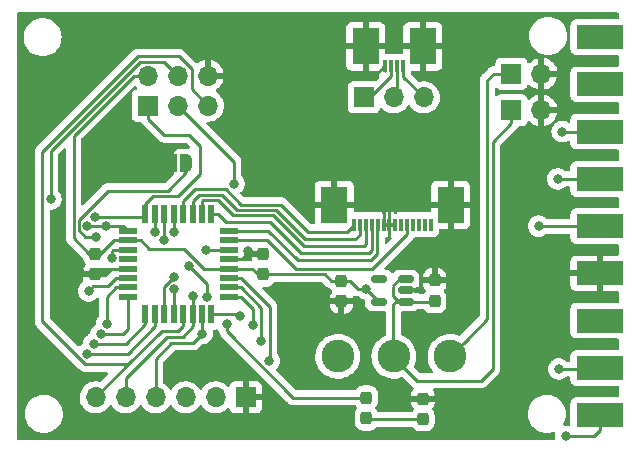
<source format=gtl>
G04 #@! TF.GenerationSoftware,KiCad,Pcbnew,(6.0.1)*
G04 #@! TF.CreationDate,2022-09-26T11:52:35-04:00*
G04 #@! TF.ProjectId,consolizer,636f6e73-6f6c-4697-9a65-722e6b696361,rev?*
G04 #@! TF.SameCoordinates,Original*
G04 #@! TF.FileFunction,Copper,L1,Top*
G04 #@! TF.FilePolarity,Positive*
%FSLAX46Y46*%
G04 Gerber Fmt 4.6, Leading zero omitted, Abs format (unit mm)*
G04 Created by KiCad (PCBNEW (6.0.1)) date 2022-09-26 11:52:35*
%MOMM*%
%LPD*%
G01*
G04 APERTURE LIST*
G04 Aperture macros list*
%AMRoundRect*
0 Rectangle with rounded corners*
0 $1 Rounding radius*
0 $2 $3 $4 $5 $6 $7 $8 $9 X,Y pos of 4 corners*
0 Add a 4 corners polygon primitive as box body*
4,1,4,$2,$3,$4,$5,$6,$7,$8,$9,$2,$3,0*
0 Add four circle primitives for the rounded corners*
1,1,$1+$1,$2,$3*
1,1,$1+$1,$4,$5*
1,1,$1+$1,$6,$7*
1,1,$1+$1,$8,$9*
0 Add four rect primitives between the rounded corners*
20,1,$1+$1,$2,$3,$4,$5,0*
20,1,$1+$1,$4,$5,$6,$7,0*
20,1,$1+$1,$6,$7,$8,$9,0*
20,1,$1+$1,$8,$9,$2,$3,0*%
%AMFreePoly0*
4,1,22,0.500000,-0.750000,0.000000,-0.750000,0.000000,-0.745033,-0.079941,-0.743568,-0.215256,-0.701293,-0.333266,-0.622738,-0.424486,-0.514219,-0.481581,-0.384460,-0.499164,-0.250000,-0.500000,-0.250000,-0.500000,0.250000,-0.499164,0.250000,-0.499963,0.256109,-0.478152,0.396186,-0.417904,0.524511,-0.324060,0.630769,-0.204165,0.706417,-0.067858,0.745374,0.000000,0.744959,0.000000,0.750000,
0.500000,0.750000,0.500000,-0.750000,0.500000,-0.750000,$1*%
%AMFreePoly1*
4,1,20,0.000000,0.744959,0.073905,0.744508,0.209726,0.703889,0.328688,0.626782,0.421226,0.519385,0.479903,0.390333,0.500000,0.250000,0.500000,-0.250000,0.499851,-0.262216,0.476331,-0.402017,0.414519,-0.529596,0.319384,-0.634700,0.198574,-0.708877,0.061801,-0.746166,0.000000,-0.745033,0.000000,-0.750000,-0.500000,-0.750000,-0.500000,0.750000,0.000000,0.750000,0.000000,0.744959,
0.000000,0.744959,$1*%
G04 Aperture macros list end*
G04 #@! TA.AperFunction,SMDPad,CuDef*
%ADD10RoundRect,0.237500X0.237500X-0.287500X0.237500X0.287500X-0.237500X0.287500X-0.237500X-0.287500X0*%
G04 #@! TD*
G04 #@! TA.AperFunction,SMDPad,CuDef*
%ADD11R,0.300000X1.100000*%
G04 #@! TD*
G04 #@! TA.AperFunction,SMDPad,CuDef*
%ADD12R,2.300000X3.100000*%
G04 #@! TD*
G04 #@! TA.AperFunction,ComponentPad*
%ADD13R,1.700000X1.700000*%
G04 #@! TD*
G04 #@! TA.AperFunction,ComponentPad*
%ADD14O,1.700000X1.700000*%
G04 #@! TD*
G04 #@! TA.AperFunction,ConnectorPad*
%ADD15R,4.000000X2.000000*%
G04 #@! TD*
G04 #@! TA.AperFunction,SMDPad,CuDef*
%ADD16RoundRect,0.237500X-0.237500X0.287500X-0.237500X-0.287500X0.237500X-0.287500X0.237500X0.287500X0*%
G04 #@! TD*
G04 #@! TA.AperFunction,SMDPad,CuDef*
%ADD17RoundRect,0.150000X0.512500X0.150000X-0.512500X0.150000X-0.512500X-0.150000X0.512500X-0.150000X0*%
G04 #@! TD*
G04 #@! TA.AperFunction,SMDPad,CuDef*
%ADD18FreePoly0,0.000000*%
G04 #@! TD*
G04 #@! TA.AperFunction,SMDPad,CuDef*
%ADD19FreePoly1,0.000000*%
G04 #@! TD*
G04 #@! TA.AperFunction,SMDPad,CuDef*
%ADD20R,1.600000X0.550000*%
G04 #@! TD*
G04 #@! TA.AperFunction,SMDPad,CuDef*
%ADD21R,0.550000X1.600000*%
G04 #@! TD*
G04 #@! TA.AperFunction,ComponentPad*
%ADD22C,2.775000*%
G04 #@! TD*
G04 #@! TA.AperFunction,ViaPad*
%ADD23C,0.800000*%
G04 #@! TD*
G04 #@! TA.AperFunction,Conductor*
%ADD24C,0.250000*%
G04 #@! TD*
G04 APERTURE END LIST*
D10*
X196500000Y-95150000D03*
X196500000Y-93400000D03*
X190700000Y-105075000D03*
X190700000Y-103325000D03*
D11*
X196170000Y-88700000D03*
X195670000Y-88700000D03*
X195170000Y-88700000D03*
X194670000Y-88700000D03*
X194170000Y-88700000D03*
X193670000Y-88700000D03*
X193170000Y-88700000D03*
X192670000Y-88700000D03*
X192170000Y-88700000D03*
X191670000Y-88700000D03*
X191170000Y-88700000D03*
X190670000Y-88700000D03*
X190170000Y-88700000D03*
X189670000Y-88700000D03*
D12*
X188000000Y-87000000D03*
X197840000Y-87000000D03*
D13*
X203000000Y-75900000D03*
D14*
X205540000Y-75900000D03*
D13*
X172200000Y-78600000D03*
D14*
X172200000Y-76060000D03*
X174740000Y-78600000D03*
X174740000Y-76060000D03*
X177280000Y-78600000D03*
X177280000Y-76060000D03*
D13*
X180500000Y-103300000D03*
D14*
X177960000Y-103300000D03*
X175420000Y-103300000D03*
X172880000Y-103300000D03*
X170340000Y-103300000D03*
X167800000Y-103300000D03*
D15*
X210500000Y-72800000D03*
X210500000Y-76800000D03*
X210500000Y-80800000D03*
X210500000Y-84800000D03*
X210500000Y-88800000D03*
X210500000Y-92800000D03*
X210500000Y-96800000D03*
X210500000Y-100800000D03*
X210500000Y-104800000D03*
D13*
X190500000Y-77900000D03*
D14*
X193040000Y-77900000D03*
X195580000Y-77900000D03*
D16*
X195500000Y-103400000D03*
X195500000Y-105150000D03*
D13*
X203000000Y-79000000D03*
D14*
X205540000Y-79000000D03*
D17*
X194037500Y-95200000D03*
X194037500Y-94250000D03*
X194037500Y-93300000D03*
X191762500Y-93300000D03*
X191762500Y-95200000D03*
D16*
X188600000Y-93425000D03*
X188600000Y-95175000D03*
D18*
X174150000Y-83500000D03*
D19*
X175450000Y-83500000D03*
D10*
X167700000Y-92900000D03*
X167700000Y-91150000D03*
D20*
X179050000Y-94800000D03*
X179050000Y-94000000D03*
X179050000Y-93200000D03*
X179050000Y-92400000D03*
X179050000Y-91600000D03*
X179050000Y-90800000D03*
X179050000Y-90000000D03*
X179050000Y-89200000D03*
D21*
X177600000Y-87750000D03*
X176800000Y-87750000D03*
X176000000Y-87750000D03*
X175200000Y-87750000D03*
X174400000Y-87750000D03*
X173600000Y-87750000D03*
X172800000Y-87750000D03*
X172000000Y-87750000D03*
D20*
X170550000Y-89200000D03*
X170550000Y-90000000D03*
X170550000Y-90800000D03*
X170550000Y-91600000D03*
X170550000Y-92400000D03*
X170550000Y-93200000D03*
X170550000Y-94000000D03*
X170550000Y-94800000D03*
D21*
X172000000Y-96250000D03*
X172800000Y-96250000D03*
X173600000Y-96250000D03*
X174400000Y-96250000D03*
X175200000Y-96250000D03*
X176000000Y-96250000D03*
X176800000Y-96250000D03*
X177600000Y-96250000D03*
D10*
X182000000Y-92900000D03*
X182000000Y-91150000D03*
D11*
X193830000Y-75275000D03*
X193330000Y-75275000D03*
X192830000Y-75275000D03*
X192330000Y-75275000D03*
D12*
X195500000Y-73575000D03*
X190655000Y-73575000D03*
D22*
X188290000Y-99822000D03*
X197790000Y-99822000D03*
X193040000Y-99822000D03*
D23*
X203400000Y-104600000D03*
X166400000Y-92500000D03*
X203600000Y-72600000D03*
X166100000Y-104700000D03*
X170600000Y-84600000D03*
X180700000Y-90900000D03*
X166000000Y-72700000D03*
X205300000Y-88800000D03*
X190700000Y-94100000D03*
X175700000Y-92200000D03*
X177200000Y-94800000D03*
X177100000Y-90800000D03*
X178900000Y-97100000D03*
X167100000Y-88800000D03*
X179500000Y-85200000D03*
X168700000Y-88800000D03*
X167700000Y-88000000D03*
X164000000Y-86500000D03*
X172800000Y-89300000D03*
X173600000Y-90000000D03*
X174400000Y-89300000D03*
X181100000Y-97200000D03*
X206925000Y-84800000D03*
X180000000Y-96400000D03*
X207300000Y-80800000D03*
X181800000Y-98500000D03*
X207000000Y-100900000D03*
X182487347Y-100212653D03*
X207600000Y-106600000D03*
X168712552Y-97076965D03*
X168234063Y-97955061D03*
X167630000Y-98752000D03*
X167100000Y-99600000D03*
X169149998Y-91476899D03*
X167800000Y-89700000D03*
X174400000Y-93125000D03*
X174412651Y-94137654D03*
X176800000Y-97900000D03*
X176000000Y-94700000D03*
X167200000Y-94300000D03*
D24*
X194780000Y-94250000D02*
X194830000Y-94200000D01*
X192225000Y-75275000D02*
X191500000Y-76000000D01*
X192150000Y-88650000D02*
X192174999Y-88625001D01*
X192330000Y-75275000D02*
X192225000Y-75275000D01*
X179050000Y-91600000D02*
X180100000Y-91600000D01*
X194830000Y-94200000D02*
X195200000Y-94200000D01*
X170550000Y-92400000D02*
X168200000Y-92400000D01*
X192330000Y-75275000D02*
X192330000Y-75670000D01*
X192170000Y-88700000D02*
X193170000Y-88700000D01*
X192174999Y-88625001D02*
X192174999Y-87425001D01*
X194000000Y-94250000D02*
X194780000Y-94250000D01*
X168200000Y-92400000D02*
X167700000Y-92900000D01*
X180100000Y-91600000D02*
X180600000Y-91600000D01*
X192150000Y-88700000D02*
X192150000Y-88650000D01*
X196450000Y-95200000D02*
X196500000Y-95150000D01*
X193000000Y-95420000D02*
X193220000Y-95200000D01*
X203000000Y-79000000D02*
X203000000Y-80100000D01*
X193220000Y-95200000D02*
X194000000Y-95200000D01*
X193509998Y-95200000D02*
X193000000Y-94690002D01*
X201400000Y-81700000D02*
X201400000Y-100900000D01*
X201400000Y-100900000D02*
X200400000Y-101900000D01*
X200400000Y-101900000D02*
X195020000Y-101900000D01*
X193653928Y-93300000D02*
X194000000Y-93300000D01*
X193000000Y-94690002D02*
X193000000Y-93953928D01*
X194000000Y-95200000D02*
X193509998Y-95200000D01*
X193000000Y-93826964D02*
X193653928Y-93173036D01*
X195020000Y-101900000D02*
X193000000Y-99880000D01*
X203000000Y-80100000D02*
X201400000Y-81700000D01*
X193000000Y-99880000D02*
X193000000Y-95420000D01*
X194000000Y-95200000D02*
X196450000Y-95200000D01*
X176949998Y-92400000D02*
X175274999Y-90725001D01*
X171600000Y-90000000D02*
X170550000Y-90000000D01*
X172325001Y-90725001D02*
X171600000Y-90000000D01*
X170997919Y-76060000D02*
X165924989Y-81132930D01*
X172200000Y-76060000D02*
X170997919Y-76060000D01*
X189325000Y-93425000D02*
X188600000Y-93425000D01*
X191700000Y-95100000D02*
X191800000Y-95200000D01*
X191800000Y-95200000D02*
X190700000Y-94100000D01*
X188600000Y-93425000D02*
X187725000Y-93425000D01*
X175274999Y-90725001D02*
X172325001Y-90725001D01*
X182000000Y-92900000D02*
X181525000Y-92900000D01*
X210400000Y-88900000D02*
X210500000Y-88800000D01*
X187200000Y-92900000D02*
X182000000Y-92900000D01*
X205300000Y-88800000D02*
X210500000Y-88800000D01*
X169500000Y-90000000D02*
X170550000Y-90000000D01*
X167225000Y-91150000D02*
X167700000Y-91150000D01*
X171410002Y-90000000D02*
X170550000Y-90000000D01*
X169325000Y-90000000D02*
X169500000Y-90000000D01*
X181525000Y-92900000D02*
X181025000Y-92400000D01*
X190700000Y-94100000D02*
X190000000Y-94100000D01*
X167700000Y-91150000D02*
X168175000Y-91150000D01*
X179050000Y-92400000D02*
X176949998Y-92400000D01*
X168175000Y-91150000D02*
X169325000Y-90000000D01*
X181025000Y-92400000D02*
X180100000Y-92400000D01*
X187725000Y-93425000D02*
X187200000Y-92900000D01*
X165924989Y-81132930D02*
X165924989Y-89849989D01*
X165924989Y-89849989D02*
X167225000Y-91150000D01*
X190000000Y-94100000D02*
X189325000Y-93425000D01*
X180100000Y-92400000D02*
X179050000Y-92400000D01*
X195500000Y-105150000D02*
X190775000Y-105150000D01*
X190775000Y-105150000D02*
X190700000Y-105075000D01*
X184526692Y-103325000D02*
X178900000Y-97698308D01*
X190700000Y-103325000D02*
X184526692Y-103325000D01*
X177200000Y-94800000D02*
X177200000Y-93700000D01*
X178900000Y-97698308D02*
X178900000Y-97100000D01*
X177100000Y-90800000D02*
X179050000Y-90800000D01*
X177200000Y-93700000D02*
X175700000Y-92200000D01*
X194150000Y-88700000D02*
X194150000Y-89485002D01*
X182300000Y-90000000D02*
X184749990Y-92449990D01*
X179050000Y-90000000D02*
X182300000Y-90000000D01*
X184749990Y-92449990D02*
X191200010Y-92449990D01*
X194150000Y-88700000D02*
X194150000Y-89500000D01*
X179150000Y-90100000D02*
X179050000Y-90000000D01*
X191200010Y-92449990D02*
X194150000Y-89500000D01*
X182400000Y-89200000D02*
X184900000Y-91700000D01*
X184900000Y-91700000D02*
X191100000Y-91700000D01*
X191650000Y-89500000D02*
X191650000Y-88700000D01*
X191100000Y-91700000D02*
X191650000Y-91150000D01*
X179050000Y-89200000D02*
X182400000Y-89200000D01*
X191650000Y-91150000D02*
X191650000Y-88700000D01*
X190900000Y-91100000D02*
X191150000Y-90850000D01*
X185200000Y-91100000D02*
X190900000Y-91100000D01*
X177600000Y-87750000D02*
X178125000Y-87750000D01*
X178800000Y-88425000D02*
X182525000Y-88425000D01*
X178125000Y-87750000D02*
X178800000Y-88425000D01*
X182525000Y-88425000D02*
X185200000Y-91100000D01*
X191150000Y-90850000D02*
X191150000Y-88700000D01*
X190650000Y-88700000D02*
X190650000Y-90350000D01*
X176875001Y-86624999D02*
X176800000Y-86700000D01*
X179410002Y-87900000D02*
X178135001Y-86624999D01*
X190500000Y-90500000D02*
X185400000Y-90500000D01*
X190650000Y-90350000D02*
X190500000Y-90500000D01*
X178135001Y-86624999D02*
X176875001Y-86624999D01*
X182800000Y-87900000D02*
X179410002Y-87900000D01*
X176800000Y-86700000D02*
X176800000Y-87750000D01*
X185400000Y-90500000D02*
X182800000Y-87900000D01*
X179749990Y-87449990D02*
X183049990Y-87449990D01*
X185500000Y-89900000D02*
X189785000Y-89900000D01*
X190150000Y-89500000D02*
X190150000Y-88700000D01*
X176000000Y-86700000D02*
X176525011Y-86174989D01*
X190150000Y-89535000D02*
X190150000Y-89500000D01*
X178474989Y-86174989D02*
X179749990Y-87449990D01*
X176000000Y-87750000D02*
X176000000Y-86700000D01*
X189785000Y-89900000D02*
X190150000Y-89535000D01*
X183049990Y-87449990D02*
X185500000Y-89900000D01*
X176525011Y-86174989D02*
X178474989Y-86174989D01*
X180099980Y-86999980D02*
X183499980Y-86999980D01*
X183499980Y-86999980D02*
X185800000Y-89300000D01*
X175200000Y-86700000D02*
X176200000Y-85700000D01*
X175200000Y-87750000D02*
X175200000Y-86700000D01*
X176200000Y-85700000D02*
X178800000Y-85700000D01*
X185800000Y-89300000D02*
X189050000Y-89300000D01*
X178800000Y-85700000D02*
X180099980Y-86999980D01*
X189050000Y-89300000D02*
X189650000Y-88700000D01*
X199137499Y-98492501D02*
X197750000Y-99880000D01*
X200949990Y-96680010D02*
X199137499Y-98492501D01*
X203000000Y-75900000D02*
X201500000Y-75900000D01*
X201500000Y-75900000D02*
X200949990Y-76450010D01*
X200949990Y-76450010D02*
X200949990Y-96680010D01*
X170150000Y-88800000D02*
X170550000Y-89200000D01*
X174740000Y-78600000D02*
X179500000Y-83360000D01*
X179500000Y-83360000D02*
X179500000Y-85200000D01*
X168700000Y-88800000D02*
X170150000Y-88800000D01*
X167100000Y-88800000D02*
X168700000Y-88800000D01*
X174736400Y-86263600D02*
X176600000Y-84400000D01*
X171750000Y-88000000D02*
X172000000Y-87750000D01*
X172626398Y-86263600D02*
X174736400Y-86263600D01*
X172000000Y-87750000D02*
X172000000Y-86889998D01*
X175700000Y-81100000D02*
X173600000Y-81100000D01*
X167700000Y-88000000D02*
X171750000Y-88000000D01*
X172200000Y-79700000D02*
X172200000Y-78600000D01*
X173600000Y-81100000D02*
X172200000Y-79700000D01*
X176600000Y-84400000D02*
X176600000Y-82000000D01*
X172000000Y-86889998D02*
X172626398Y-86263600D01*
X176600000Y-82000000D02*
X175700000Y-81100000D01*
X171536510Y-74884999D02*
X164000000Y-82421509D01*
X172800000Y-89300000D02*
X172800000Y-87750000D01*
X164000000Y-82421509D02*
X164000000Y-86500000D01*
X174740000Y-76060000D02*
X173564999Y-74884999D01*
X173564999Y-74884999D02*
X171536510Y-74884999D01*
X173600000Y-90000000D02*
X173600000Y-87750000D01*
X174400000Y-89300000D02*
X174400000Y-87750000D01*
X175915001Y-75495999D02*
X174853992Y-74434990D01*
X171350109Y-74434990D02*
X163274999Y-82510100D01*
X175915001Y-77235001D02*
X175915001Y-75495999D01*
X167800000Y-103300000D02*
X170500000Y-100500000D01*
X163274999Y-82510100D02*
X163274999Y-96848001D01*
X177280000Y-78600000D02*
X175915001Y-77235001D01*
X170500000Y-100500000D02*
X173400000Y-97700000D01*
X174800000Y-97700000D02*
X175200000Y-97300000D01*
X166926998Y-100500000D02*
X170500000Y-100500000D01*
X175200000Y-97300000D02*
X175200000Y-96250000D01*
X173400000Y-97700000D02*
X174800000Y-97700000D01*
X163274999Y-96848001D02*
X166926998Y-100500000D01*
X174853992Y-74434990D02*
X171350109Y-74434990D01*
X208000000Y-84800000D02*
X210500000Y-84800000D01*
X207400000Y-84800000D02*
X208000000Y-84800000D01*
X179050000Y-94800000D02*
X180100000Y-94800000D01*
X181100000Y-95800000D02*
X181100000Y-97200000D01*
X180100000Y-94800000D02*
X181100000Y-95800000D01*
X206925000Y-84800000D02*
X208000000Y-84800000D01*
X177600000Y-96250000D02*
X179850000Y-96250000D01*
X179850000Y-96250000D02*
X180000000Y-96400000D01*
X207300000Y-80800000D02*
X210500000Y-80800000D01*
X181825001Y-98474999D02*
X181800000Y-98500000D01*
X180100000Y-94000000D02*
X181825001Y-95725001D01*
X207000000Y-100900000D02*
X210400000Y-100900000D01*
X181825001Y-95725001D02*
X181825001Y-98474999D01*
X210400000Y-100900000D02*
X210500000Y-100800000D01*
X179050000Y-94000000D02*
X180100000Y-94000000D01*
X207600000Y-106600000D02*
X209950000Y-106600000D01*
X179050000Y-93200000D02*
X180100000Y-93200000D01*
X180100000Y-93200000D02*
X182525001Y-95625001D01*
X182525001Y-95625001D02*
X182525001Y-100174999D01*
X210500000Y-106050000D02*
X210500000Y-104800000D01*
X182525001Y-100174999D02*
X182487347Y-100212653D01*
X209950000Y-106600000D02*
X210500000Y-106050000D01*
X168712552Y-94787448D02*
X169500000Y-94000000D01*
X169500000Y-94000000D02*
X170550000Y-94000000D01*
X168712552Y-97076965D02*
X168712552Y-94787448D01*
X170144939Y-97955061D02*
X170550000Y-97550000D01*
X168234063Y-97955061D02*
X170144939Y-97955061D01*
X170550000Y-97550000D02*
X170550000Y-94800000D01*
X172000000Y-97100000D02*
X172000000Y-96250000D01*
X170348000Y-98752000D02*
X172000000Y-97100000D01*
X167630000Y-98752000D02*
X170348000Y-98752000D01*
X167100000Y-99600000D02*
X170500000Y-99600000D01*
X172800000Y-97300000D02*
X172800000Y-96250000D01*
X170500000Y-99600000D02*
X172800000Y-97300000D01*
X191054022Y-77900000D02*
X190500000Y-77900000D01*
X192830000Y-75275000D02*
X192830000Y-76124022D01*
X192830000Y-76124022D02*
X191054022Y-77900000D01*
X192830000Y-74850000D02*
X192830000Y-75570000D01*
X193330000Y-75275000D02*
X193330000Y-77610000D01*
X193330000Y-77610000D02*
X193040000Y-77900000D01*
X193830000Y-76150000D02*
X195580000Y-77900000D01*
X193830000Y-75275000D02*
X193830000Y-76150000D01*
X169261212Y-90800000D02*
X169500000Y-90800000D01*
X166926998Y-89700000D02*
X167800000Y-89700000D01*
X175450000Y-83500000D02*
X175450000Y-84247592D01*
X173884002Y-85813590D02*
X168813408Y-85813590D01*
X169500000Y-90800000D02*
X170550000Y-90800000D01*
X169149998Y-90911214D02*
X169261212Y-90800000D01*
X166374999Y-89148001D02*
X166926998Y-89700000D01*
X168813408Y-85813590D02*
X166374999Y-88251999D01*
X169149998Y-91476899D02*
X169149998Y-90911214D01*
X166374999Y-88251999D02*
X166374999Y-89148001D01*
X175450000Y-84247592D02*
X173884002Y-85813590D01*
X174400000Y-93125000D02*
X173600000Y-93925000D01*
X173600000Y-93925000D02*
X173600000Y-96250000D01*
X174412651Y-94137654D02*
X174412651Y-96237349D01*
X174412651Y-96237349D02*
X174400000Y-96250000D01*
X172880000Y-100020000D02*
X174200000Y-98700000D01*
X172880000Y-103300000D02*
X172880000Y-100020000D01*
X174200000Y-98700000D02*
X176000000Y-98700000D01*
X176000000Y-98700000D02*
X176800000Y-97900000D01*
X176800000Y-97900000D02*
X176800000Y-96250000D01*
X170340000Y-101660000D02*
X173849991Y-98150009D01*
X173849991Y-98150009D02*
X175149991Y-98150009D01*
X170340000Y-103300000D02*
X170340000Y-101660000D01*
X175149991Y-98150009D02*
X176000000Y-97300000D01*
X176000000Y-97300000D02*
X176000000Y-96250000D01*
X176000000Y-94700000D02*
X176000000Y-96250000D01*
X169500000Y-93200000D02*
X170550000Y-93200000D01*
X167200000Y-94300000D02*
X167599999Y-93900001D01*
X168799999Y-93900001D02*
X169500000Y-93200000D01*
X167599999Y-93900001D02*
X168799999Y-93900001D01*
G04 #@! TA.AperFunction,Conductor*
G36*
X212034121Y-70728002D02*
G01*
X212080614Y-70781658D01*
X212092000Y-70834000D01*
X212092000Y-71165500D01*
X212071998Y-71233621D01*
X212018342Y-71280114D01*
X211966000Y-71291500D01*
X208451866Y-71291500D01*
X208389684Y-71298255D01*
X208253295Y-71349385D01*
X208136739Y-71436739D01*
X208049385Y-71553295D01*
X207998255Y-71689684D01*
X207991500Y-71751866D01*
X207991500Y-73848134D01*
X207998255Y-73910316D01*
X208049385Y-74046705D01*
X208136739Y-74163261D01*
X208253295Y-74250615D01*
X208389684Y-74301745D01*
X208451866Y-74308500D01*
X211966000Y-74308500D01*
X212034121Y-74328502D01*
X212080614Y-74382158D01*
X212092000Y-74434500D01*
X212092000Y-75165500D01*
X212071998Y-75233621D01*
X212018342Y-75280114D01*
X211966000Y-75291500D01*
X208451866Y-75291500D01*
X208389684Y-75298255D01*
X208253295Y-75349385D01*
X208136739Y-75436739D01*
X208049385Y-75553295D01*
X207998255Y-75689684D01*
X207991500Y-75751866D01*
X207991500Y-77848134D01*
X207998255Y-77910316D01*
X208049385Y-78046705D01*
X208136739Y-78163261D01*
X208253295Y-78250615D01*
X208389684Y-78301745D01*
X208451866Y-78308500D01*
X211966000Y-78308500D01*
X212034121Y-78328502D01*
X212080614Y-78382158D01*
X212092000Y-78434500D01*
X212092000Y-79165500D01*
X212071998Y-79233621D01*
X212018342Y-79280114D01*
X211966000Y-79291500D01*
X208451866Y-79291500D01*
X208389684Y-79298255D01*
X208253295Y-79349385D01*
X208136739Y-79436739D01*
X208049385Y-79553295D01*
X207998255Y-79689684D01*
X207991500Y-79751866D01*
X207991500Y-79932148D01*
X207971498Y-80000269D01*
X207917842Y-80046762D01*
X207847568Y-80056866D01*
X207791441Y-80034085D01*
X207756752Y-80008882D01*
X207750724Y-80006198D01*
X207750722Y-80006197D01*
X207588319Y-79933891D01*
X207588318Y-79933891D01*
X207582288Y-79931206D01*
X207469279Y-79907185D01*
X207401944Y-79892872D01*
X207401939Y-79892872D01*
X207395487Y-79891500D01*
X207204513Y-79891500D01*
X207198061Y-79892872D01*
X207198056Y-79892872D01*
X207130721Y-79907185D01*
X207017712Y-79931206D01*
X207011682Y-79933891D01*
X207011681Y-79933891D01*
X206849278Y-80006197D01*
X206849276Y-80006198D01*
X206843248Y-80008882D01*
X206837907Y-80012762D01*
X206837906Y-80012763D01*
X206795756Y-80043387D01*
X206710014Y-80105683D01*
X206707272Y-80107675D01*
X206653506Y-80126859D01*
X206645271Y-80164398D01*
X206628430Y-80188123D01*
X206560960Y-80263056D01*
X206465473Y-80428444D01*
X206406458Y-80610072D01*
X206386496Y-80800000D01*
X206406458Y-80989928D01*
X206465473Y-81171556D01*
X206560960Y-81336944D01*
X206565378Y-81341851D01*
X206565379Y-81341852D01*
X206684325Y-81473955D01*
X206688747Y-81478866D01*
X206707173Y-81492253D01*
X206826030Y-81578608D01*
X206843248Y-81591118D01*
X206849276Y-81593802D01*
X206849278Y-81593803D01*
X206981703Y-81652762D01*
X207017712Y-81668794D01*
X207111112Y-81688647D01*
X207198056Y-81707128D01*
X207198061Y-81707128D01*
X207204513Y-81708500D01*
X207395487Y-81708500D01*
X207401939Y-81707128D01*
X207401944Y-81707128D01*
X207488888Y-81688647D01*
X207582288Y-81668794D01*
X207618297Y-81652762D01*
X207750722Y-81593803D01*
X207750724Y-81593802D01*
X207756752Y-81591118D01*
X207791441Y-81565915D01*
X207858306Y-81542058D01*
X207927457Y-81558138D01*
X207976938Y-81609051D01*
X207991500Y-81667852D01*
X207991500Y-81848134D01*
X207998255Y-81910316D01*
X208049385Y-82046705D01*
X208136739Y-82163261D01*
X208253295Y-82250615D01*
X208389684Y-82301745D01*
X208451866Y-82308500D01*
X211966000Y-82308500D01*
X212034121Y-82328502D01*
X212080614Y-82382158D01*
X212092000Y-82434500D01*
X212092000Y-83165500D01*
X212071998Y-83233621D01*
X212018342Y-83280114D01*
X211966000Y-83291500D01*
X208451866Y-83291500D01*
X208389684Y-83298255D01*
X208253295Y-83349385D01*
X208136739Y-83436739D01*
X208049385Y-83553295D01*
X207998255Y-83689684D01*
X207991500Y-83751866D01*
X207991500Y-84040500D01*
X207971498Y-84108621D01*
X207917842Y-84155114D01*
X207865500Y-84166500D01*
X207633200Y-84166500D01*
X207565079Y-84146498D01*
X207545853Y-84130157D01*
X207545580Y-84130460D01*
X207540668Y-84126037D01*
X207536253Y-84121134D01*
X207381752Y-84008882D01*
X207375724Y-84006198D01*
X207375722Y-84006197D01*
X207213319Y-83933891D01*
X207213318Y-83933891D01*
X207207288Y-83931206D01*
X207113887Y-83911353D01*
X207026944Y-83892872D01*
X207026939Y-83892872D01*
X207020487Y-83891500D01*
X206829513Y-83891500D01*
X206823061Y-83892872D01*
X206823056Y-83892872D01*
X206736113Y-83911353D01*
X206642712Y-83931206D01*
X206636682Y-83933891D01*
X206636681Y-83933891D01*
X206474278Y-84006197D01*
X206474276Y-84006198D01*
X206468248Y-84008882D01*
X206313747Y-84121134D01*
X206309326Y-84126044D01*
X206309325Y-84126045D01*
X206197716Y-84250000D01*
X206185960Y-84263056D01*
X206151287Y-84323111D01*
X206124140Y-84370132D01*
X206090473Y-84428444D01*
X206031458Y-84610072D01*
X206030768Y-84616633D01*
X206030768Y-84616635D01*
X206024212Y-84679017D01*
X206011496Y-84800000D01*
X206012186Y-84806565D01*
X206028325Y-84960116D01*
X206031458Y-84989928D01*
X206090473Y-85171556D01*
X206093776Y-85177278D01*
X206093777Y-85177279D01*
X206113792Y-85211946D01*
X206185960Y-85336944D01*
X206190378Y-85341851D01*
X206190379Y-85341852D01*
X206230817Y-85386763D01*
X206313747Y-85478866D01*
X206468248Y-85591118D01*
X206474276Y-85593802D01*
X206474278Y-85593803D01*
X206636681Y-85666109D01*
X206642712Y-85668794D01*
X206736112Y-85688647D01*
X206823056Y-85707128D01*
X206823061Y-85707128D01*
X206829513Y-85708500D01*
X207020487Y-85708500D01*
X207026939Y-85707128D01*
X207026944Y-85707128D01*
X207113888Y-85688647D01*
X207207288Y-85668794D01*
X207213319Y-85666109D01*
X207375722Y-85593803D01*
X207375724Y-85593802D01*
X207381752Y-85591118D01*
X207536253Y-85478866D01*
X207540668Y-85473963D01*
X207545580Y-85469540D01*
X207546705Y-85470789D01*
X207600014Y-85437949D01*
X207633200Y-85433500D01*
X207865500Y-85433500D01*
X207933621Y-85453502D01*
X207980114Y-85507158D01*
X207991500Y-85559500D01*
X207991500Y-85848134D01*
X207998255Y-85910316D01*
X208049385Y-86046705D01*
X208136739Y-86163261D01*
X208253295Y-86250615D01*
X208389684Y-86301745D01*
X208451866Y-86308500D01*
X211966000Y-86308500D01*
X212034121Y-86328502D01*
X212080614Y-86382158D01*
X212092000Y-86434500D01*
X212092000Y-87165500D01*
X212071998Y-87233621D01*
X212018342Y-87280114D01*
X211966000Y-87291500D01*
X208451866Y-87291500D01*
X208389684Y-87298255D01*
X208253295Y-87349385D01*
X208136739Y-87436739D01*
X208049385Y-87553295D01*
X207998255Y-87689684D01*
X207991500Y-87751866D01*
X207991500Y-88040500D01*
X207971498Y-88108621D01*
X207917842Y-88155114D01*
X207865500Y-88166500D01*
X206008200Y-88166500D01*
X205940079Y-88146498D01*
X205920853Y-88130157D01*
X205920580Y-88130460D01*
X205915668Y-88126037D01*
X205911253Y-88121134D01*
X205756752Y-88008882D01*
X205750724Y-88006198D01*
X205750722Y-88006197D01*
X205588319Y-87933891D01*
X205588318Y-87933891D01*
X205582288Y-87931206D01*
X205488888Y-87911353D01*
X205401944Y-87892872D01*
X205401939Y-87892872D01*
X205395487Y-87891500D01*
X205204513Y-87891500D01*
X205198061Y-87892872D01*
X205198056Y-87892872D01*
X205111113Y-87911353D01*
X205017712Y-87931206D01*
X205011682Y-87933891D01*
X205011681Y-87933891D01*
X204849278Y-88006197D01*
X204849276Y-88006198D01*
X204843248Y-88008882D01*
X204688747Y-88121134D01*
X204560960Y-88263056D01*
X204465473Y-88428444D01*
X204406458Y-88610072D01*
X204405768Y-88616633D01*
X204405768Y-88616635D01*
X204402014Y-88652351D01*
X204386496Y-88800000D01*
X204406458Y-88989928D01*
X204465473Y-89171556D01*
X204468776Y-89177278D01*
X204468777Y-89177279D01*
X204472946Y-89184500D01*
X204560960Y-89336944D01*
X204565378Y-89341851D01*
X204565379Y-89341852D01*
X204680350Y-89469540D01*
X204688747Y-89478866D01*
X204754352Y-89526531D01*
X204835626Y-89585580D01*
X204843248Y-89591118D01*
X204849276Y-89593802D01*
X204849278Y-89593803D01*
X204892982Y-89613261D01*
X205017712Y-89668794D01*
X205111112Y-89688647D01*
X205198056Y-89707128D01*
X205198061Y-89707128D01*
X205204513Y-89708500D01*
X205395487Y-89708500D01*
X205401939Y-89707128D01*
X205401944Y-89707128D01*
X205488888Y-89688647D01*
X205582288Y-89668794D01*
X205707018Y-89613261D01*
X205750722Y-89593803D01*
X205750724Y-89593802D01*
X205756752Y-89591118D01*
X205764375Y-89585580D01*
X205905061Y-89483365D01*
X205911253Y-89478866D01*
X205915668Y-89473963D01*
X205920580Y-89469540D01*
X205921705Y-89470789D01*
X205975014Y-89437949D01*
X206008200Y-89433500D01*
X207865500Y-89433500D01*
X207933621Y-89453502D01*
X207980114Y-89507158D01*
X207991500Y-89559500D01*
X207991500Y-89848134D01*
X207998255Y-89910316D01*
X208049385Y-90046705D01*
X208136739Y-90163261D01*
X208253295Y-90250615D01*
X208389684Y-90301745D01*
X208451866Y-90308500D01*
X211966000Y-90308500D01*
X212034121Y-90328502D01*
X212080614Y-90382158D01*
X212092000Y-90434500D01*
X212092000Y-91166000D01*
X212071998Y-91234121D01*
X212018342Y-91280614D01*
X211966000Y-91292000D01*
X210772115Y-91292000D01*
X210756876Y-91296475D01*
X210755671Y-91297865D01*
X210754000Y-91305548D01*
X210754000Y-94289884D01*
X210758475Y-94305123D01*
X210759865Y-94306328D01*
X210767548Y-94307999D01*
X211966000Y-94307999D01*
X212034121Y-94328001D01*
X212080614Y-94381657D01*
X212092000Y-94433999D01*
X212092000Y-95165500D01*
X212071998Y-95233621D01*
X212018342Y-95280114D01*
X211966000Y-95291500D01*
X208451866Y-95291500D01*
X208389684Y-95298255D01*
X208253295Y-95349385D01*
X208136739Y-95436739D01*
X208049385Y-95553295D01*
X207998255Y-95689684D01*
X207991500Y-95751866D01*
X207991500Y-97848134D01*
X207998255Y-97910316D01*
X208049385Y-98046705D01*
X208136739Y-98163261D01*
X208253295Y-98250615D01*
X208389684Y-98301745D01*
X208451866Y-98308500D01*
X211966000Y-98308500D01*
X212034121Y-98328502D01*
X212080614Y-98382158D01*
X212092000Y-98434500D01*
X212092000Y-99165500D01*
X212071998Y-99233621D01*
X212018342Y-99280114D01*
X211966000Y-99291500D01*
X208451866Y-99291500D01*
X208389684Y-99298255D01*
X208253295Y-99349385D01*
X208136739Y-99436739D01*
X208049385Y-99553295D01*
X207998255Y-99689684D01*
X207991500Y-99751866D01*
X207991500Y-100140500D01*
X207971498Y-100208621D01*
X207917842Y-100255114D01*
X207865500Y-100266500D01*
X207708200Y-100266500D01*
X207640079Y-100246498D01*
X207620853Y-100230157D01*
X207620580Y-100230460D01*
X207615668Y-100226037D01*
X207611253Y-100221134D01*
X207456752Y-100108882D01*
X207450724Y-100106198D01*
X207450722Y-100106197D01*
X207288319Y-100033891D01*
X207288318Y-100033891D01*
X207282288Y-100031206D01*
X207188888Y-100011353D01*
X207101944Y-99992872D01*
X207101939Y-99992872D01*
X207095487Y-99991500D01*
X206904513Y-99991500D01*
X206898061Y-99992872D01*
X206898056Y-99992872D01*
X206811113Y-100011353D01*
X206717712Y-100031206D01*
X206711682Y-100033891D01*
X206711681Y-100033891D01*
X206549278Y-100106197D01*
X206549276Y-100106198D01*
X206543248Y-100108882D01*
X206388747Y-100221134D01*
X206384326Y-100226044D01*
X206384325Y-100226045D01*
X206318688Y-100298943D01*
X206260960Y-100363056D01*
X206165473Y-100528444D01*
X206106458Y-100710072D01*
X206105768Y-100716633D01*
X206105768Y-100716635D01*
X206097714Y-100793267D01*
X206086496Y-100900000D01*
X206087186Y-100906565D01*
X206105220Y-101078145D01*
X206106458Y-101089928D01*
X206165473Y-101271556D01*
X206168776Y-101277278D01*
X206168777Y-101277279D01*
X206170983Y-101281100D01*
X206260960Y-101436944D01*
X206265378Y-101441851D01*
X206265379Y-101441852D01*
X206331840Y-101515664D01*
X206388747Y-101578866D01*
X206543248Y-101691118D01*
X206549276Y-101693802D01*
X206549278Y-101693803D01*
X206711681Y-101766109D01*
X206717712Y-101768794D01*
X206811112Y-101788647D01*
X206898056Y-101807128D01*
X206898061Y-101807128D01*
X206904513Y-101808500D01*
X207095487Y-101808500D01*
X207101939Y-101807128D01*
X207101944Y-101807128D01*
X207188888Y-101788647D01*
X207282288Y-101768794D01*
X207288319Y-101766109D01*
X207450722Y-101693803D01*
X207450724Y-101693802D01*
X207456752Y-101691118D01*
X207487227Y-101668977D01*
X207599464Y-101587431D01*
X207611253Y-101578866D01*
X207615668Y-101573963D01*
X207620580Y-101569540D01*
X207621705Y-101570789D01*
X207675014Y-101537949D01*
X207708200Y-101533500D01*
X207865500Y-101533500D01*
X207933621Y-101553502D01*
X207980114Y-101607158D01*
X207991500Y-101659500D01*
X207991500Y-101848134D01*
X207998255Y-101910316D01*
X208049385Y-102046705D01*
X208136739Y-102163261D01*
X208253295Y-102250615D01*
X208389684Y-102301745D01*
X208451866Y-102308500D01*
X211966000Y-102308500D01*
X212034121Y-102328502D01*
X212080614Y-102382158D01*
X212092000Y-102434500D01*
X212092000Y-103165500D01*
X212071998Y-103233621D01*
X212018342Y-103280114D01*
X211966000Y-103291500D01*
X208451866Y-103291500D01*
X208389684Y-103298255D01*
X208253295Y-103349385D01*
X208136739Y-103436739D01*
X208049385Y-103553295D01*
X207998255Y-103689684D01*
X207991500Y-103751866D01*
X207991500Y-105598822D01*
X207971498Y-105666943D01*
X207917842Y-105713436D01*
X207847568Y-105723540D01*
X207839303Y-105722069D01*
X207701944Y-105692872D01*
X207701939Y-105692872D01*
X207695487Y-105691500D01*
X207504513Y-105691500D01*
X207504513Y-105688586D01*
X207447217Y-105678126D01*
X207395355Y-105629640D01*
X207377939Y-105560813D01*
X207396416Y-105499736D01*
X207435027Y-105436728D01*
X207435030Y-105436721D01*
X207437616Y-105432502D01*
X207444733Y-105415322D01*
X207532611Y-105203164D01*
X207532612Y-105203162D01*
X207534505Y-105198591D01*
X207593609Y-104952403D01*
X207613474Y-104700000D01*
X207593609Y-104447597D01*
X207581215Y-104395969D01*
X207552710Y-104277240D01*
X207534505Y-104201409D01*
X207532611Y-104196836D01*
X207439511Y-103972072D01*
X207439509Y-103972068D01*
X207437616Y-103967498D01*
X207305328Y-103751624D01*
X207140898Y-103559102D01*
X206948376Y-103394672D01*
X206732502Y-103262384D01*
X206727932Y-103260491D01*
X206727928Y-103260489D01*
X206503164Y-103167389D01*
X206503162Y-103167388D01*
X206498591Y-103165495D01*
X206392958Y-103140135D01*
X206257216Y-103107546D01*
X206257210Y-103107545D01*
X206252403Y-103106391D01*
X206152584Y-103098535D01*
X206065655Y-103091693D01*
X206065648Y-103091693D01*
X206063199Y-103091500D01*
X205936801Y-103091500D01*
X205934352Y-103091693D01*
X205934345Y-103091693D01*
X205847416Y-103098535D01*
X205747597Y-103106391D01*
X205742790Y-103107545D01*
X205742784Y-103107546D01*
X205607042Y-103140135D01*
X205501409Y-103165495D01*
X205496838Y-103167388D01*
X205496836Y-103167389D01*
X205272072Y-103260489D01*
X205272068Y-103260491D01*
X205267498Y-103262384D01*
X205051624Y-103394672D01*
X204859102Y-103559102D01*
X204694672Y-103751624D01*
X204562384Y-103967498D01*
X204560491Y-103972068D01*
X204560489Y-103972072D01*
X204467389Y-104196836D01*
X204465495Y-104201409D01*
X204447290Y-104277240D01*
X204418786Y-104395969D01*
X204406391Y-104447597D01*
X204386526Y-104700000D01*
X204406391Y-104952403D01*
X204465495Y-105198591D01*
X204467388Y-105203162D01*
X204467389Y-105203164D01*
X204555268Y-105415322D01*
X204562384Y-105432502D01*
X204694672Y-105648376D01*
X204859102Y-105840898D01*
X205051624Y-106005328D01*
X205267498Y-106137616D01*
X205272068Y-106139509D01*
X205272072Y-106139511D01*
X205486776Y-106228444D01*
X205501409Y-106234505D01*
X205586032Y-106254821D01*
X205742784Y-106292454D01*
X205742790Y-106292455D01*
X205747597Y-106293609D01*
X205847416Y-106301465D01*
X205934345Y-106308307D01*
X205934352Y-106308307D01*
X205936801Y-106308500D01*
X206063199Y-106308500D01*
X206065648Y-106308307D01*
X206065655Y-106308307D01*
X206152584Y-106301465D01*
X206252403Y-106293609D01*
X206257210Y-106292455D01*
X206257216Y-106292454D01*
X206413968Y-106254821D01*
X206498591Y-106234505D01*
X206503158Y-106232613D01*
X206503165Y-106232611D01*
X206552192Y-106212303D01*
X206622782Y-106204714D01*
X206686269Y-106236494D01*
X206722496Y-106297552D01*
X206720243Y-106367646D01*
X206706458Y-106410072D01*
X206705768Y-106416633D01*
X206705768Y-106416635D01*
X206699889Y-106472572D01*
X206686496Y-106600000D01*
X206702059Y-106748068D01*
X206702559Y-106752829D01*
X206689787Y-106822668D01*
X206641285Y-106874515D01*
X206577249Y-106892000D01*
X161234000Y-106892000D01*
X161165879Y-106871998D01*
X161119386Y-106818342D01*
X161108000Y-106766000D01*
X161108000Y-104700000D01*
X161786526Y-104700000D01*
X161806391Y-104952403D01*
X161865495Y-105198591D01*
X161867388Y-105203162D01*
X161867389Y-105203164D01*
X161955268Y-105415322D01*
X161962384Y-105432502D01*
X162094672Y-105648376D01*
X162259102Y-105840898D01*
X162451624Y-106005328D01*
X162667498Y-106137616D01*
X162672068Y-106139509D01*
X162672072Y-106139511D01*
X162886776Y-106228444D01*
X162901409Y-106234505D01*
X162986032Y-106254821D01*
X163142784Y-106292454D01*
X163142790Y-106292455D01*
X163147597Y-106293609D01*
X163247416Y-106301465D01*
X163334345Y-106308307D01*
X163334352Y-106308307D01*
X163336801Y-106308500D01*
X163463199Y-106308500D01*
X163465648Y-106308307D01*
X163465655Y-106308307D01*
X163552584Y-106301465D01*
X163652403Y-106293609D01*
X163657210Y-106292455D01*
X163657216Y-106292454D01*
X163813968Y-106254821D01*
X163898591Y-106234505D01*
X163913224Y-106228444D01*
X164127928Y-106139511D01*
X164127932Y-106139509D01*
X164132502Y-106137616D01*
X164348376Y-106005328D01*
X164540898Y-105840898D01*
X164705328Y-105648376D01*
X164837616Y-105432502D01*
X164844733Y-105415322D01*
X164932611Y-105203164D01*
X164932612Y-105203162D01*
X164934505Y-105198591D01*
X164993609Y-104952403D01*
X165013474Y-104700000D01*
X164993609Y-104447597D01*
X164981215Y-104395969D01*
X164952710Y-104277240D01*
X164934505Y-104201409D01*
X164932611Y-104196836D01*
X164839511Y-103972072D01*
X164839509Y-103972068D01*
X164837616Y-103967498D01*
X164705328Y-103751624D01*
X164540898Y-103559102D01*
X164348376Y-103394672D01*
X164132502Y-103262384D01*
X164127932Y-103260491D01*
X164127928Y-103260489D01*
X163903164Y-103167389D01*
X163903162Y-103167388D01*
X163898591Y-103165495D01*
X163792958Y-103140135D01*
X163657216Y-103107546D01*
X163657210Y-103107545D01*
X163652403Y-103106391D01*
X163552584Y-103098535D01*
X163465655Y-103091693D01*
X163465648Y-103091693D01*
X163463199Y-103091500D01*
X163336801Y-103091500D01*
X163334352Y-103091693D01*
X163334345Y-103091693D01*
X163247416Y-103098535D01*
X163147597Y-103106391D01*
X163142790Y-103107545D01*
X163142784Y-103107546D01*
X163007042Y-103140135D01*
X162901409Y-103165495D01*
X162896838Y-103167388D01*
X162896836Y-103167389D01*
X162672072Y-103260489D01*
X162672068Y-103260491D01*
X162667498Y-103262384D01*
X162451624Y-103394672D01*
X162259102Y-103559102D01*
X162094672Y-103751624D01*
X161962384Y-103967498D01*
X161960491Y-103972068D01*
X161960489Y-103972072D01*
X161867389Y-104196836D01*
X161865495Y-104201409D01*
X161847290Y-104277240D01*
X161818786Y-104395969D01*
X161806391Y-104447597D01*
X161786526Y-104700000D01*
X161108000Y-104700000D01*
X161108000Y-82490043D01*
X162636779Y-82490043D01*
X162637525Y-82497935D01*
X162640940Y-82534061D01*
X162641499Y-82545919D01*
X162641499Y-96769234D01*
X162640972Y-96780417D01*
X162639297Y-96787910D01*
X162639546Y-96795836D01*
X162639546Y-96795837D01*
X162641437Y-96855987D01*
X162641499Y-96859946D01*
X162641499Y-96887857D01*
X162641996Y-96891791D01*
X162641996Y-96891792D01*
X162642004Y-96891857D01*
X162642937Y-96903694D01*
X162644326Y-96947890D01*
X162649977Y-96967340D01*
X162653986Y-96986701D01*
X162656525Y-97006798D01*
X162659444Y-97014169D01*
X162659444Y-97014171D01*
X162672803Y-97047913D01*
X162676648Y-97059143D01*
X162683733Y-97083529D01*
X162688981Y-97101594D01*
X162693014Y-97108413D01*
X162693016Y-97108418D01*
X162699292Y-97119029D01*
X162707987Y-97136777D01*
X162715447Y-97155618D01*
X162720109Y-97162034D01*
X162720109Y-97162035D01*
X162741435Y-97191388D01*
X162747951Y-97201308D01*
X162770457Y-97239363D01*
X162784778Y-97253684D01*
X162797618Y-97268717D01*
X162809527Y-97285108D01*
X162815633Y-97290159D01*
X162843604Y-97313299D01*
X162852383Y-97321289D01*
X166423341Y-100892247D01*
X166430885Y-100900537D01*
X166434998Y-100907018D01*
X166440775Y-100912443D01*
X166484665Y-100953658D01*
X166487507Y-100956413D01*
X166507229Y-100976135D01*
X166510353Y-100978558D01*
X166510357Y-100978562D01*
X166510422Y-100978612D01*
X166519443Y-100986317D01*
X166551677Y-101016586D01*
X166558625Y-101020405D01*
X166558627Y-101020407D01*
X166569430Y-101026346D01*
X166585957Y-101037202D01*
X166595696Y-101044757D01*
X166595698Y-101044758D01*
X166601958Y-101049614D01*
X166642538Y-101067174D01*
X166653186Y-101072391D01*
X166676886Y-101085420D01*
X166691938Y-101093695D01*
X166699614Y-101095666D01*
X166699617Y-101095667D01*
X166711560Y-101098733D01*
X166730265Y-101105137D01*
X166748853Y-101113181D01*
X166756676Y-101114420D01*
X166756686Y-101114423D01*
X166792522Y-101120099D01*
X166804142Y-101122505D01*
X166839287Y-101131528D01*
X166846968Y-101133500D01*
X166867222Y-101133500D01*
X166886932Y-101135051D01*
X166906941Y-101138220D01*
X166914833Y-101137474D01*
X166950959Y-101134059D01*
X166962817Y-101133500D01*
X168712536Y-101133500D01*
X168780657Y-101153502D01*
X168827150Y-101207158D01*
X168837254Y-101277432D01*
X168803236Y-101346960D01*
X168490716Y-101671056D01*
X168231208Y-101940175D01*
X168169525Y-101975327D01*
X168118413Y-101976761D01*
X168070635Y-101968251D01*
X167933373Y-101943800D01*
X167933367Y-101943799D01*
X167928284Y-101942894D01*
X167854452Y-101941992D01*
X167710081Y-101940228D01*
X167710079Y-101940228D01*
X167704911Y-101940165D01*
X167484091Y-101973955D01*
X167271756Y-102043357D01*
X167241443Y-102059137D01*
X167097975Y-102133822D01*
X167073607Y-102146507D01*
X167069474Y-102149610D01*
X167069471Y-102149612D01*
X166899100Y-102277530D01*
X166894965Y-102280635D01*
X166869753Y-102307018D01*
X166748823Y-102433564D01*
X166740629Y-102442138D01*
X166737720Y-102446403D01*
X166737714Y-102446411D01*
X166680065Y-102530922D01*
X166614743Y-102626680D01*
X166600507Y-102657350D01*
X166533251Y-102802241D01*
X166520688Y-102829305D01*
X166460989Y-103044570D01*
X166437251Y-103266695D01*
X166437548Y-103271848D01*
X166437548Y-103271851D01*
X166441837Y-103346233D01*
X166450110Y-103489715D01*
X166451247Y-103494761D01*
X166451248Y-103494767D01*
X166465606Y-103558475D01*
X166499222Y-103707639D01*
X166583266Y-103914616D01*
X166622415Y-103978502D01*
X166697291Y-104100688D01*
X166699987Y-104105088D01*
X166846250Y-104273938D01*
X167018126Y-104416632D01*
X167211000Y-104529338D01*
X167215825Y-104531180D01*
X167215826Y-104531181D01*
X167267311Y-104550841D01*
X167419692Y-104609030D01*
X167424760Y-104610061D01*
X167424763Y-104610062D01*
X167532017Y-104631883D01*
X167638597Y-104653567D01*
X167643772Y-104653757D01*
X167643774Y-104653757D01*
X167856673Y-104661564D01*
X167856677Y-104661564D01*
X167861837Y-104661753D01*
X167866957Y-104661097D01*
X167866959Y-104661097D01*
X168078288Y-104634025D01*
X168078289Y-104634025D01*
X168083416Y-104633368D01*
X168099092Y-104628665D01*
X168292429Y-104570661D01*
X168292434Y-104570659D01*
X168297384Y-104569174D01*
X168497994Y-104470896D01*
X168679860Y-104341173D01*
X168692851Y-104328228D01*
X168821422Y-104200105D01*
X168838096Y-104183489D01*
X168855769Y-104158895D01*
X168968453Y-104002077D01*
X168969776Y-104003028D01*
X169016645Y-103959857D01*
X169086580Y-103947625D01*
X169152026Y-103975144D01*
X169179875Y-104006994D01*
X169239987Y-104105088D01*
X169386250Y-104273938D01*
X169558126Y-104416632D01*
X169751000Y-104529338D01*
X169755825Y-104531180D01*
X169755826Y-104531181D01*
X169807311Y-104550841D01*
X169959692Y-104609030D01*
X169964760Y-104610061D01*
X169964763Y-104610062D01*
X170072017Y-104631883D01*
X170178597Y-104653567D01*
X170183772Y-104653757D01*
X170183774Y-104653757D01*
X170396673Y-104661564D01*
X170396677Y-104661564D01*
X170401837Y-104661753D01*
X170406957Y-104661097D01*
X170406959Y-104661097D01*
X170618288Y-104634025D01*
X170618289Y-104634025D01*
X170623416Y-104633368D01*
X170639092Y-104628665D01*
X170832429Y-104570661D01*
X170832434Y-104570659D01*
X170837384Y-104569174D01*
X171037994Y-104470896D01*
X171219860Y-104341173D01*
X171232851Y-104328228D01*
X171361422Y-104200105D01*
X171378096Y-104183489D01*
X171395769Y-104158895D01*
X171508453Y-104002077D01*
X171509776Y-104003028D01*
X171556645Y-103959857D01*
X171626580Y-103947625D01*
X171692026Y-103975144D01*
X171719875Y-104006994D01*
X171779987Y-104105088D01*
X171926250Y-104273938D01*
X172098126Y-104416632D01*
X172291000Y-104529338D01*
X172295825Y-104531180D01*
X172295826Y-104531181D01*
X172347311Y-104550841D01*
X172499692Y-104609030D01*
X172504760Y-104610061D01*
X172504763Y-104610062D01*
X172612017Y-104631883D01*
X172718597Y-104653567D01*
X172723772Y-104653757D01*
X172723774Y-104653757D01*
X172936673Y-104661564D01*
X172936677Y-104661564D01*
X172941837Y-104661753D01*
X172946957Y-104661097D01*
X172946959Y-104661097D01*
X173158288Y-104634025D01*
X173158289Y-104634025D01*
X173163416Y-104633368D01*
X173179092Y-104628665D01*
X173372429Y-104570661D01*
X173372434Y-104570659D01*
X173377384Y-104569174D01*
X173577994Y-104470896D01*
X173759860Y-104341173D01*
X173772851Y-104328228D01*
X173901422Y-104200105D01*
X173918096Y-104183489D01*
X173935769Y-104158895D01*
X174048453Y-104002077D01*
X174049776Y-104003028D01*
X174096645Y-103959857D01*
X174166580Y-103947625D01*
X174232026Y-103975144D01*
X174259875Y-104006994D01*
X174319987Y-104105088D01*
X174466250Y-104273938D01*
X174638126Y-104416632D01*
X174831000Y-104529338D01*
X174835825Y-104531180D01*
X174835826Y-104531181D01*
X174887311Y-104550841D01*
X175039692Y-104609030D01*
X175044760Y-104610061D01*
X175044763Y-104610062D01*
X175152017Y-104631883D01*
X175258597Y-104653567D01*
X175263772Y-104653757D01*
X175263774Y-104653757D01*
X175476673Y-104661564D01*
X175476677Y-104661564D01*
X175481837Y-104661753D01*
X175486957Y-104661097D01*
X175486959Y-104661097D01*
X175698288Y-104634025D01*
X175698289Y-104634025D01*
X175703416Y-104633368D01*
X175719092Y-104628665D01*
X175912429Y-104570661D01*
X175912434Y-104570659D01*
X175917384Y-104569174D01*
X176117994Y-104470896D01*
X176299860Y-104341173D01*
X176312851Y-104328228D01*
X176441422Y-104200105D01*
X176458096Y-104183489D01*
X176475769Y-104158895D01*
X176588453Y-104002077D01*
X176589776Y-104003028D01*
X176636645Y-103959857D01*
X176706580Y-103947625D01*
X176772026Y-103975144D01*
X176799875Y-104006994D01*
X176859987Y-104105088D01*
X177006250Y-104273938D01*
X177178126Y-104416632D01*
X177371000Y-104529338D01*
X177375825Y-104531180D01*
X177375826Y-104531181D01*
X177427311Y-104550841D01*
X177579692Y-104609030D01*
X177584760Y-104610061D01*
X177584763Y-104610062D01*
X177692017Y-104631883D01*
X177798597Y-104653567D01*
X177803772Y-104653757D01*
X177803774Y-104653757D01*
X178016673Y-104661564D01*
X178016677Y-104661564D01*
X178021837Y-104661753D01*
X178026957Y-104661097D01*
X178026959Y-104661097D01*
X178238288Y-104634025D01*
X178238289Y-104634025D01*
X178243416Y-104633368D01*
X178259092Y-104628665D01*
X178452429Y-104570661D01*
X178452434Y-104570659D01*
X178457384Y-104569174D01*
X178657994Y-104470896D01*
X178839860Y-104341173D01*
X178852851Y-104328228D01*
X178948479Y-104232933D01*
X179010851Y-104199017D01*
X179081658Y-104204205D01*
X179138419Y-104246851D01*
X179155401Y-104277954D01*
X179196676Y-104388054D01*
X179205214Y-104403649D01*
X179281715Y-104505724D01*
X179294276Y-104518285D01*
X179396351Y-104594786D01*
X179411946Y-104603324D01*
X179532394Y-104648478D01*
X179547649Y-104652105D01*
X179598514Y-104657631D01*
X179605328Y-104658000D01*
X180227885Y-104658000D01*
X180243124Y-104653525D01*
X180244329Y-104652135D01*
X180246000Y-104644452D01*
X180246000Y-104639884D01*
X180754000Y-104639884D01*
X180758475Y-104655123D01*
X180759865Y-104656328D01*
X180767548Y-104657999D01*
X181394669Y-104657999D01*
X181401490Y-104657629D01*
X181452352Y-104652105D01*
X181467604Y-104648479D01*
X181588054Y-104603324D01*
X181603649Y-104594786D01*
X181705724Y-104518285D01*
X181718285Y-104505724D01*
X181794786Y-104403649D01*
X181803324Y-104388054D01*
X181848478Y-104267606D01*
X181852105Y-104252351D01*
X181857631Y-104201486D01*
X181858000Y-104194672D01*
X181858000Y-103572115D01*
X181853525Y-103556876D01*
X181852135Y-103555671D01*
X181844452Y-103554000D01*
X180772115Y-103554000D01*
X180756876Y-103558475D01*
X180755671Y-103559865D01*
X180754000Y-103567548D01*
X180754000Y-104639884D01*
X180246000Y-104639884D01*
X180246000Y-103027885D01*
X180754000Y-103027885D01*
X180758475Y-103043124D01*
X180759865Y-103044329D01*
X180767548Y-103046000D01*
X181839884Y-103046000D01*
X181855123Y-103041525D01*
X181856328Y-103040135D01*
X181857999Y-103032452D01*
X181857999Y-102405331D01*
X181857629Y-102398510D01*
X181852105Y-102347648D01*
X181848479Y-102332396D01*
X181803324Y-102211946D01*
X181794786Y-102196351D01*
X181718285Y-102094276D01*
X181705724Y-102081715D01*
X181603649Y-102005214D01*
X181588054Y-101996676D01*
X181467606Y-101951522D01*
X181452351Y-101947895D01*
X181401486Y-101942369D01*
X181394672Y-101942000D01*
X180772115Y-101942000D01*
X180756876Y-101946475D01*
X180755671Y-101947865D01*
X180754000Y-101955548D01*
X180754000Y-103027885D01*
X180246000Y-103027885D01*
X180246000Y-101960116D01*
X180241525Y-101944877D01*
X180240135Y-101943672D01*
X180232452Y-101942001D01*
X179605331Y-101942001D01*
X179598510Y-101942371D01*
X179547648Y-101947895D01*
X179532396Y-101951521D01*
X179411946Y-101996676D01*
X179396351Y-102005214D01*
X179294276Y-102081715D01*
X179281715Y-102094276D01*
X179205214Y-102196351D01*
X179196676Y-102211946D01*
X179155297Y-102322322D01*
X179112655Y-102379087D01*
X179046093Y-102403786D01*
X178976744Y-102388578D01*
X178944121Y-102362891D01*
X178893151Y-102306876D01*
X178893145Y-102306870D01*
X178889670Y-102303051D01*
X178885619Y-102299852D01*
X178885615Y-102299848D01*
X178718414Y-102167800D01*
X178718410Y-102167798D01*
X178714359Y-102164598D01*
X178709831Y-102162098D01*
X178593988Y-102098150D01*
X178518789Y-102056638D01*
X178513920Y-102054914D01*
X178513916Y-102054912D01*
X178313087Y-101983795D01*
X178313083Y-101983794D01*
X178308212Y-101982069D01*
X178303119Y-101981162D01*
X178303116Y-101981161D01*
X178093373Y-101943800D01*
X178093367Y-101943799D01*
X178088284Y-101942894D01*
X178014452Y-101941992D01*
X177870081Y-101940228D01*
X177870079Y-101940228D01*
X177864911Y-101940165D01*
X177644091Y-101973955D01*
X177431756Y-102043357D01*
X177401443Y-102059137D01*
X177257975Y-102133822D01*
X177233607Y-102146507D01*
X177229474Y-102149610D01*
X177229471Y-102149612D01*
X177059100Y-102277530D01*
X177054965Y-102280635D01*
X177029753Y-102307018D01*
X176908823Y-102433564D01*
X176900629Y-102442138D01*
X176793201Y-102599621D01*
X176738293Y-102644621D01*
X176667768Y-102652792D01*
X176604021Y-102621538D01*
X176583324Y-102597054D01*
X176502822Y-102472617D01*
X176502820Y-102472614D01*
X176500014Y-102468277D01*
X176349670Y-102303051D01*
X176345619Y-102299852D01*
X176345615Y-102299848D01*
X176178414Y-102167800D01*
X176178410Y-102167798D01*
X176174359Y-102164598D01*
X176169831Y-102162098D01*
X176053988Y-102098150D01*
X175978789Y-102056638D01*
X175973920Y-102054914D01*
X175973916Y-102054912D01*
X175773087Y-101983795D01*
X175773083Y-101983794D01*
X175768212Y-101982069D01*
X175763119Y-101981162D01*
X175763116Y-101981161D01*
X175553373Y-101943800D01*
X175553367Y-101943799D01*
X175548284Y-101942894D01*
X175474452Y-101941992D01*
X175330081Y-101940228D01*
X175330079Y-101940228D01*
X175324911Y-101940165D01*
X175104091Y-101973955D01*
X174891756Y-102043357D01*
X174861443Y-102059137D01*
X174717975Y-102133822D01*
X174693607Y-102146507D01*
X174689474Y-102149610D01*
X174689471Y-102149612D01*
X174519100Y-102277530D01*
X174514965Y-102280635D01*
X174489753Y-102307018D01*
X174368823Y-102433564D01*
X174360629Y-102442138D01*
X174253201Y-102599621D01*
X174198293Y-102644621D01*
X174127768Y-102652792D01*
X174064021Y-102621538D01*
X174043324Y-102597054D01*
X173962822Y-102472617D01*
X173962820Y-102472614D01*
X173960014Y-102468277D01*
X173809670Y-102303051D01*
X173805619Y-102299852D01*
X173805615Y-102299848D01*
X173638414Y-102167800D01*
X173638410Y-102167798D01*
X173634359Y-102164598D01*
X173629835Y-102162101D01*
X173629831Y-102162098D01*
X173578608Y-102133822D01*
X173528636Y-102083390D01*
X173513500Y-102023513D01*
X173513500Y-100334595D01*
X173533502Y-100266474D01*
X173550405Y-100245499D01*
X174425501Y-99370404D01*
X174487813Y-99336379D01*
X174514596Y-99333500D01*
X175921233Y-99333500D01*
X175932416Y-99334027D01*
X175939909Y-99335702D01*
X175947835Y-99335453D01*
X175947836Y-99335453D01*
X176007986Y-99333562D01*
X176011945Y-99333500D01*
X176039856Y-99333500D01*
X176043791Y-99333003D01*
X176043856Y-99332995D01*
X176055693Y-99332062D01*
X176087951Y-99331048D01*
X176091970Y-99330922D01*
X176099889Y-99330673D01*
X176119343Y-99325021D01*
X176138700Y-99321013D01*
X176150930Y-99319468D01*
X176150931Y-99319468D01*
X176158797Y-99318474D01*
X176166168Y-99315555D01*
X176166170Y-99315555D01*
X176199912Y-99302196D01*
X176211142Y-99298351D01*
X176245983Y-99288229D01*
X176245984Y-99288229D01*
X176253593Y-99286018D01*
X176260412Y-99281985D01*
X176260417Y-99281983D01*
X176271028Y-99275707D01*
X176288776Y-99267012D01*
X176307617Y-99259552D01*
X176343387Y-99233564D01*
X176353307Y-99227048D01*
X176384535Y-99208580D01*
X176384538Y-99208578D01*
X176391362Y-99204542D01*
X176405683Y-99190221D01*
X176420717Y-99177380D01*
X176430694Y-99170131D01*
X176437107Y-99165472D01*
X176442158Y-99159367D01*
X176442163Y-99159362D01*
X176465294Y-99131402D01*
X176473281Y-99122624D01*
X176610160Y-98985745D01*
X176750499Y-98845405D01*
X176812812Y-98811380D01*
X176839595Y-98808500D01*
X176895487Y-98808500D01*
X176901939Y-98807128D01*
X176901944Y-98807128D01*
X176988888Y-98788647D01*
X177082288Y-98768794D01*
X177107835Y-98757420D01*
X177250722Y-98693803D01*
X177250724Y-98693802D01*
X177256752Y-98691118D01*
X177411253Y-98578866D01*
X177420465Y-98568635D01*
X177534621Y-98441852D01*
X177534622Y-98441851D01*
X177539040Y-98436944D01*
X177634527Y-98271556D01*
X177693542Y-98089928D01*
X177695350Y-98072731D01*
X177712814Y-97906565D01*
X177713504Y-97900000D01*
X177693542Y-97710072D01*
X177693117Y-97708763D01*
X177698372Y-97639905D01*
X177741189Y-97583273D01*
X177807827Y-97558780D01*
X177816216Y-97558500D01*
X177923134Y-97558500D01*
X177985316Y-97551745D01*
X177992716Y-97548971D01*
X178000400Y-97547144D01*
X178000936Y-97549398D01*
X178060117Y-97545070D01*
X178122484Y-97578995D01*
X178142650Y-97605231D01*
X178157657Y-97631224D01*
X178157660Y-97631228D01*
X178160960Y-97636944D01*
X178165378Y-97641851D01*
X178165379Y-97641852D01*
X178237713Y-97722186D01*
X178268526Y-97786786D01*
X178269078Y-97790271D01*
X178269327Y-97798197D01*
X178271539Y-97805811D01*
X178274978Y-97817647D01*
X178278987Y-97837008D01*
X178281526Y-97857105D01*
X178284445Y-97864476D01*
X178284445Y-97864478D01*
X178297804Y-97898220D01*
X178301649Y-97909450D01*
X178305189Y-97921636D01*
X178313982Y-97951901D01*
X178318015Y-97958720D01*
X178318017Y-97958725D01*
X178324293Y-97969336D01*
X178332988Y-97987084D01*
X178340448Y-98005925D01*
X178345110Y-98012341D01*
X178345110Y-98012342D01*
X178366436Y-98041695D01*
X178372952Y-98051615D01*
X178390672Y-98081577D01*
X178395458Y-98089670D01*
X178409779Y-98103991D01*
X178422619Y-98119024D01*
X178434528Y-98135415D01*
X178440634Y-98140466D01*
X178468605Y-98163606D01*
X178477384Y-98171596D01*
X184023035Y-103717247D01*
X184030579Y-103725537D01*
X184034692Y-103732018D01*
X184040469Y-103737443D01*
X184084359Y-103778658D01*
X184087201Y-103781413D01*
X184106922Y-103801134D01*
X184110117Y-103803612D01*
X184119139Y-103811318D01*
X184151371Y-103841586D01*
X184158320Y-103845406D01*
X184169124Y-103851346D01*
X184185648Y-103862199D01*
X184201651Y-103874613D01*
X184242235Y-103892176D01*
X184252865Y-103897383D01*
X184291632Y-103918695D01*
X184299309Y-103920666D01*
X184299314Y-103920668D01*
X184311250Y-103923732D01*
X184329958Y-103930137D01*
X184348547Y-103938181D01*
X184356375Y-103939421D01*
X184356382Y-103939423D01*
X184392216Y-103945099D01*
X184403836Y-103947505D01*
X184438981Y-103956528D01*
X184446662Y-103958500D01*
X184466916Y-103958500D01*
X184486626Y-103960051D01*
X184506635Y-103963220D01*
X184514527Y-103962474D01*
X184540159Y-103960051D01*
X184550654Y-103959059D01*
X184562511Y-103958500D01*
X189729095Y-103958500D01*
X189797216Y-103978502D01*
X189836236Y-104018193D01*
X189873884Y-104079031D01*
X189905787Y-104110879D01*
X189939866Y-104173159D01*
X189934863Y-104243979D01*
X189905943Y-104289067D01*
X189893544Y-104301488D01*
X189873071Y-104321997D01*
X189869231Y-104328227D01*
X189869230Y-104328228D01*
X189798617Y-104442784D01*
X189781791Y-104470080D01*
X189727026Y-104635191D01*
X189726326Y-104642027D01*
X189726325Y-104642030D01*
X189721049Y-104693526D01*
X189716500Y-104737928D01*
X189716500Y-105412072D01*
X189716837Y-105415318D01*
X189716837Y-105415322D01*
X189725596Y-105499736D01*
X189727293Y-105516093D01*
X189729474Y-105522629D01*
X189729474Y-105522631D01*
X189765175Y-105629640D01*
X189782346Y-105681107D01*
X189873884Y-105829031D01*
X189879066Y-105834204D01*
X189991816Y-105946758D01*
X189991821Y-105946762D01*
X189996997Y-105951929D01*
X190003227Y-105955769D01*
X190003228Y-105955770D01*
X190087815Y-106007910D01*
X190145080Y-106043209D01*
X190310191Y-106097974D01*
X190317027Y-106098674D01*
X190317030Y-106098675D01*
X190368526Y-106103951D01*
X190412928Y-106108500D01*
X190987072Y-106108500D01*
X190990318Y-106108163D01*
X190990322Y-106108163D01*
X191084235Y-106098419D01*
X191084239Y-106098418D01*
X191091093Y-106097707D01*
X191097629Y-106095526D01*
X191097631Y-106095526D01*
X191230395Y-106051232D01*
X191256107Y-106042654D01*
X191404031Y-105951116D01*
X191524426Y-105830511D01*
X191524428Y-105830509D01*
X191526929Y-105828003D01*
X191527358Y-105828431D01*
X191581080Y-105790344D01*
X191622042Y-105783500D01*
X194529095Y-105783500D01*
X194597216Y-105803502D01*
X194636236Y-105843193D01*
X194673884Y-105904031D01*
X194679066Y-105909204D01*
X194791816Y-106021758D01*
X194791821Y-106021762D01*
X194796997Y-106026929D01*
X194803227Y-106030769D01*
X194803228Y-106030770D01*
X194912975Y-106098419D01*
X194945080Y-106118209D01*
X195110191Y-106172974D01*
X195117027Y-106173674D01*
X195117030Y-106173675D01*
X195168526Y-106178951D01*
X195212928Y-106183500D01*
X195787072Y-106183500D01*
X195790318Y-106183163D01*
X195790322Y-106183163D01*
X195884235Y-106173419D01*
X195884239Y-106173418D01*
X195891093Y-106172707D01*
X195897629Y-106170526D01*
X195897631Y-106170526D01*
X196030395Y-106126232D01*
X196056107Y-106117654D01*
X196204031Y-106026116D01*
X196227988Y-106002117D01*
X196321758Y-105908184D01*
X196321762Y-105908179D01*
X196326929Y-105903003D01*
X196365211Y-105840898D01*
X196414369Y-105761150D01*
X196414370Y-105761148D01*
X196418209Y-105754920D01*
X196472974Y-105589809D01*
X196483500Y-105487072D01*
X196483500Y-104812928D01*
X196476052Y-104741146D01*
X196473419Y-104715765D01*
X196473418Y-104715761D01*
X196472707Y-104708907D01*
X196469736Y-104700000D01*
X196419972Y-104550841D01*
X196417654Y-104543893D01*
X196326116Y-104395969D01*
X196293859Y-104363769D01*
X196259780Y-104301488D01*
X196264782Y-104230668D01*
X196293704Y-104185578D01*
X196321363Y-104157871D01*
X196330375Y-104146460D01*
X196413912Y-104010937D01*
X196420056Y-103997759D01*
X196470315Y-103846234D01*
X196473181Y-103832868D01*
X196482672Y-103740230D01*
X196483000Y-103733815D01*
X196483000Y-103672115D01*
X196478525Y-103656876D01*
X196477135Y-103655671D01*
X196469452Y-103654000D01*
X194535115Y-103654000D01*
X194519876Y-103658475D01*
X194518671Y-103659865D01*
X194517000Y-103667548D01*
X194517000Y-103733766D01*
X194517337Y-103740282D01*
X194527075Y-103834132D01*
X194529968Y-103847528D01*
X194580488Y-103998953D01*
X194586653Y-104012115D01*
X194670426Y-104147492D01*
X194679464Y-104158895D01*
X194706140Y-104185525D01*
X194740219Y-104247807D01*
X194735216Y-104318627D01*
X194706295Y-104363715D01*
X194673071Y-104396997D01*
X194669231Y-104403227D01*
X194669230Y-104403228D01*
X194636321Y-104456616D01*
X194583548Y-104504110D01*
X194529061Y-104516500D01*
X191717316Y-104516500D01*
X191649195Y-104496498D01*
X191610175Y-104456807D01*
X191526116Y-104320969D01*
X191494213Y-104289121D01*
X191460134Y-104226841D01*
X191465137Y-104156021D01*
X191494057Y-104110933D01*
X191521757Y-104083184D01*
X191526929Y-104078003D01*
X191570700Y-104006994D01*
X191614369Y-103936150D01*
X191614370Y-103936148D01*
X191618209Y-103929920D01*
X191672974Y-103764809D01*
X191683500Y-103662072D01*
X191683500Y-102987928D01*
X191683163Y-102984678D01*
X191673419Y-102890765D01*
X191673418Y-102890761D01*
X191672707Y-102883907D01*
X191617654Y-102718893D01*
X191526116Y-102570969D01*
X191493309Y-102538219D01*
X191408184Y-102453242D01*
X191408179Y-102453238D01*
X191403003Y-102448071D01*
X191388211Y-102438953D01*
X191261150Y-102360631D01*
X191261148Y-102360630D01*
X191254920Y-102356791D01*
X191089809Y-102302026D01*
X191082973Y-102301326D01*
X191082970Y-102301325D01*
X191031474Y-102296049D01*
X190987072Y-102291500D01*
X190412928Y-102291500D01*
X190409682Y-102291837D01*
X190409678Y-102291837D01*
X190315765Y-102301581D01*
X190315761Y-102301582D01*
X190308907Y-102302293D01*
X190302371Y-102304474D01*
X190302369Y-102304474D01*
X190218677Y-102332396D01*
X190143893Y-102357346D01*
X189995969Y-102448884D01*
X189990796Y-102454066D01*
X189878242Y-102566816D01*
X189878238Y-102566821D01*
X189873071Y-102571997D01*
X189869231Y-102578227D01*
X189869230Y-102578228D01*
X189836321Y-102631616D01*
X189783548Y-102679110D01*
X189729061Y-102691500D01*
X184841286Y-102691500D01*
X184773165Y-102671498D01*
X184752191Y-102654595D01*
X183131275Y-101033679D01*
X183097249Y-100971367D01*
X183102314Y-100900552D01*
X183126733Y-100860274D01*
X183187066Y-100793267D01*
X183226387Y-100749597D01*
X183321874Y-100584209D01*
X183380889Y-100402581D01*
X183400851Y-100212653D01*
X183382063Y-100033891D01*
X183381579Y-100029288D01*
X183381579Y-100029286D01*
X183380889Y-100022725D01*
X183321874Y-99841097D01*
X183276376Y-99762293D01*
X186390095Y-99762293D01*
X186400636Y-100030588D01*
X186448875Y-100294720D01*
X186450284Y-100298943D01*
X186526852Y-100528444D01*
X186533850Y-100549421D01*
X186594111Y-100670021D01*
X186633873Y-100749597D01*
X186653865Y-100789608D01*
X186806524Y-101010488D01*
X186879957Y-101089928D01*
X186962308Y-101179014D01*
X186988783Y-101207655D01*
X186992237Y-101210467D01*
X187193548Y-101374360D01*
X187193552Y-101374363D01*
X187197005Y-101377174D01*
X187427035Y-101515664D01*
X187431130Y-101517398D01*
X187431132Y-101517399D01*
X187610278Y-101593257D01*
X187674284Y-101620360D01*
X187678577Y-101621498D01*
X187678582Y-101621500D01*
X187814080Y-101657426D01*
X187933818Y-101689174D01*
X188200458Y-101720733D01*
X188468885Y-101714407D01*
X188473279Y-101713676D01*
X188473286Y-101713675D01*
X188729341Y-101671056D01*
X188729345Y-101671055D01*
X188733743Y-101670323D01*
X188902386Y-101616988D01*
X188985501Y-101590702D01*
X188985503Y-101590701D01*
X188989747Y-101589359D01*
X188993758Y-101587433D01*
X188993763Y-101587431D01*
X189227770Y-101475062D01*
X189227771Y-101475061D01*
X189231789Y-101473132D01*
X189278603Y-101441852D01*
X189451332Y-101326439D01*
X189451336Y-101326436D01*
X189455040Y-101323961D01*
X189655045Y-101144821D01*
X189827814Y-100939287D01*
X189834925Y-100927886D01*
X189967542Y-100715242D01*
X189967542Y-100715241D01*
X189969900Y-100711461D01*
X190078467Y-100465888D01*
X190151349Y-100207467D01*
X190164951Y-100106197D01*
X190186665Y-99944537D01*
X190186666Y-99944529D01*
X190187092Y-99941355D01*
X190187193Y-99938144D01*
X190190742Y-99825222D01*
X190190742Y-99825217D01*
X190190843Y-99822000D01*
X190171880Y-99554169D01*
X190145440Y-99431358D01*
X190116304Y-99296029D01*
X190116304Y-99296027D01*
X190115368Y-99291682D01*
X190022435Y-99039776D01*
X189894935Y-98803477D01*
X189735412Y-98587501D01*
X189710380Y-98562072D01*
X189550181Y-98399338D01*
X189547050Y-98396157D01*
X189543510Y-98393456D01*
X189543504Y-98393450D01*
X189337147Y-98235963D01*
X189337143Y-98235960D01*
X189333606Y-98233261D01*
X189099340Y-98102066D01*
X188848924Y-98005188D01*
X188844599Y-98004185D01*
X188844594Y-98004184D01*
X188694248Y-97969336D01*
X188587357Y-97944560D01*
X188319857Y-97921392D01*
X188315422Y-97921636D01*
X188315418Y-97921636D01*
X188056204Y-97935901D01*
X188056197Y-97935902D01*
X188051761Y-97936146D01*
X187788419Y-97988528D01*
X187535084Y-98077493D01*
X187296812Y-98201265D01*
X187293197Y-98203848D01*
X187293191Y-98203852D01*
X187081978Y-98354787D01*
X187081974Y-98354790D01*
X187078357Y-98357375D01*
X187000941Y-98431226D01*
X186928848Y-98500000D01*
X186884077Y-98542709D01*
X186717850Y-98753568D01*
X186582991Y-98985745D01*
X186581323Y-98989862D01*
X186581320Y-98989869D01*
X186505370Y-99177380D01*
X186482191Y-99234607D01*
X186417462Y-99495190D01*
X186390095Y-99762293D01*
X183276376Y-99762293D01*
X183226387Y-99675709D01*
X183190864Y-99636257D01*
X183160148Y-99572251D01*
X183158501Y-99551948D01*
X183158501Y-95703768D01*
X183159028Y-95692585D01*
X183160703Y-95685092D01*
X183158563Y-95617015D01*
X183158501Y-95613056D01*
X183158501Y-95585145D01*
X183157996Y-95581145D01*
X183157063Y-95569302D01*
X183155923Y-95533030D01*
X183155674Y-95525111D01*
X183150926Y-95508766D01*
X187617000Y-95508766D01*
X187617337Y-95515282D01*
X187627075Y-95609132D01*
X187629968Y-95622528D01*
X187680488Y-95773953D01*
X187686653Y-95787115D01*
X187770426Y-95922492D01*
X187779460Y-95933890D01*
X187892129Y-96046363D01*
X187903540Y-96055375D01*
X188039063Y-96138912D01*
X188052241Y-96145056D01*
X188203766Y-96195315D01*
X188217132Y-96198181D01*
X188309770Y-96207672D01*
X188316185Y-96208000D01*
X188327885Y-96208000D01*
X188343124Y-96203525D01*
X188344329Y-96202135D01*
X188346000Y-96194452D01*
X188346000Y-96189885D01*
X188854000Y-96189885D01*
X188858475Y-96205124D01*
X188859865Y-96206329D01*
X188867548Y-96208000D01*
X188883766Y-96208000D01*
X188890282Y-96207663D01*
X188984132Y-96197925D01*
X188997528Y-96195032D01*
X189148953Y-96144512D01*
X189162115Y-96138347D01*
X189297492Y-96054574D01*
X189308890Y-96045540D01*
X189421363Y-95932871D01*
X189430375Y-95921460D01*
X189513912Y-95785937D01*
X189520056Y-95772759D01*
X189570315Y-95621234D01*
X189573181Y-95607868D01*
X189582672Y-95515230D01*
X189583000Y-95508815D01*
X189583000Y-95447115D01*
X189578525Y-95431876D01*
X189577135Y-95430671D01*
X189569452Y-95429000D01*
X188872115Y-95429000D01*
X188856876Y-95433475D01*
X188855671Y-95434865D01*
X188854000Y-95442548D01*
X188854000Y-96189885D01*
X188346000Y-96189885D01*
X188346000Y-95447115D01*
X188341525Y-95431876D01*
X188340135Y-95430671D01*
X188332452Y-95429000D01*
X187635115Y-95429000D01*
X187619876Y-95433475D01*
X187618671Y-95434865D01*
X187617000Y-95442548D01*
X187617000Y-95508766D01*
X183150926Y-95508766D01*
X183150023Y-95505659D01*
X183146015Y-95486307D01*
X183144468Y-95474064D01*
X183143475Y-95466204D01*
X183140557Y-95458833D01*
X183127201Y-95425098D01*
X183123356Y-95413871D01*
X183122722Y-95411688D01*
X183111019Y-95371408D01*
X183106985Y-95364586D01*
X183106982Y-95364580D01*
X183100707Y-95353969D01*
X183092011Y-95336219D01*
X183087473Y-95324757D01*
X183087470Y-95324752D01*
X183084553Y-95317384D01*
X183070035Y-95297402D01*
X183058574Y-95281626D01*
X183052058Y-95271708D01*
X183033576Y-95240458D01*
X183029543Y-95233638D01*
X183015219Y-95219314D01*
X183002377Y-95204279D01*
X182990473Y-95187894D01*
X182956407Y-95159712D01*
X182947628Y-95151723D01*
X181944500Y-94148595D01*
X181910474Y-94086283D01*
X181915539Y-94015468D01*
X181958086Y-93958632D01*
X182024606Y-93933821D01*
X182033595Y-93933500D01*
X182287072Y-93933500D01*
X182290318Y-93933163D01*
X182290322Y-93933163D01*
X182384235Y-93923419D01*
X182384239Y-93923418D01*
X182391093Y-93922707D01*
X182397629Y-93920526D01*
X182397631Y-93920526D01*
X182549159Y-93869972D01*
X182556107Y-93867654D01*
X182704031Y-93776116D01*
X182721968Y-93758148D01*
X182821758Y-93658184D01*
X182821762Y-93658179D01*
X182826929Y-93653003D01*
X182843546Y-93626045D01*
X182863679Y-93593384D01*
X182916452Y-93545890D01*
X182970939Y-93533500D01*
X186885405Y-93533500D01*
X186953526Y-93553502D01*
X186974500Y-93570404D01*
X187101711Y-93697616D01*
X187221353Y-93817258D01*
X187228887Y-93825537D01*
X187233000Y-93832018D01*
X187259398Y-93856807D01*
X187282651Y-93878643D01*
X187285493Y-93881398D01*
X187305230Y-93901135D01*
X187308427Y-93903615D01*
X187317447Y-93911318D01*
X187349679Y-93941586D01*
X187356625Y-93945405D01*
X187356628Y-93945407D01*
X187367434Y-93951348D01*
X187383953Y-93962199D01*
X187399959Y-93974614D01*
X187407228Y-93977759D01*
X187407232Y-93977762D01*
X187440537Y-93992174D01*
X187451187Y-93997391D01*
X187489940Y-94018695D01*
X187497615Y-94020666D01*
X187497616Y-94020666D01*
X187509562Y-94023733D01*
X187528267Y-94030137D01*
X187546855Y-94038181D01*
X187554678Y-94039420D01*
X187554688Y-94039423D01*
X187590524Y-94045099D01*
X187602144Y-94047505D01*
X187637295Y-94056530D01*
X187637299Y-94056531D01*
X187644970Y-94058500D01*
X187646250Y-94058500D01*
X187708618Y-94085701D01*
X187734892Y-94116021D01*
X187773884Y-94179031D01*
X187806141Y-94211231D01*
X187840220Y-94273512D01*
X187835218Y-94344332D01*
X187806296Y-94389422D01*
X187778637Y-94417129D01*
X187769625Y-94428540D01*
X187686088Y-94564063D01*
X187679944Y-94577241D01*
X187629685Y-94728766D01*
X187626819Y-94742132D01*
X187617328Y-94834770D01*
X187617000Y-94841185D01*
X187617000Y-94902885D01*
X187621475Y-94918124D01*
X187622865Y-94919329D01*
X187630548Y-94921000D01*
X189564885Y-94921000D01*
X189580124Y-94916525D01*
X189581329Y-94915135D01*
X189583000Y-94907452D01*
X189583000Y-94841234D01*
X189582662Y-94834711D01*
X189580919Y-94817905D01*
X189593785Y-94748084D01*
X189642357Y-94696303D01*
X189711213Y-94679002D01*
X189752631Y-94687753D01*
X189757994Y-94689877D01*
X189764940Y-94693695D01*
X189772613Y-94695665D01*
X189772618Y-94695667D01*
X189784558Y-94698732D01*
X189803266Y-94705137D01*
X189821855Y-94713181D01*
X189829683Y-94714421D01*
X189829690Y-94714423D01*
X189865524Y-94720099D01*
X189877144Y-94722505D01*
X189912289Y-94731528D01*
X189919970Y-94733500D01*
X189940224Y-94733500D01*
X189959934Y-94735051D01*
X189979943Y-94738220D01*
X189987835Y-94737474D01*
X189995758Y-94737723D01*
X189995678Y-94740264D01*
X190053131Y-94751396D01*
X190079592Y-94769694D01*
X190084327Y-94773957D01*
X190088747Y-94778866D01*
X190243248Y-94891118D01*
X190249276Y-94893802D01*
X190249278Y-94893803D01*
X190371580Y-94948255D01*
X190417712Y-94968794D01*
X190483365Y-94982749D01*
X190491697Y-94984520D01*
X190554170Y-95018248D01*
X190588492Y-95080398D01*
X190591500Y-95107767D01*
X190591500Y-95416502D01*
X190591693Y-95418950D01*
X190591693Y-95418958D01*
X190593658Y-95443919D01*
X190594438Y-95453831D01*
X190605025Y-95490271D01*
X190629711Y-95575241D01*
X190640855Y-95613601D01*
X190657893Y-95642411D01*
X190721509Y-95749980D01*
X190721511Y-95749983D01*
X190725547Y-95756807D01*
X190843193Y-95874453D01*
X190850017Y-95878489D01*
X190850020Y-95878491D01*
X190922677Y-95921460D01*
X190986399Y-95959145D01*
X190994010Y-95961356D01*
X190994012Y-95961357D01*
X191046231Y-95976528D01*
X191146169Y-96005562D01*
X191152574Y-96006066D01*
X191152579Y-96006067D01*
X191181042Y-96008307D01*
X191181050Y-96008307D01*
X191183498Y-96008500D01*
X192240500Y-96008500D01*
X192308621Y-96028502D01*
X192355114Y-96082158D01*
X192366500Y-96134500D01*
X192366500Y-97959837D01*
X192346498Y-98027958D01*
X192290544Y-98075473D01*
X192289287Y-98076017D01*
X192285084Y-98077493D01*
X192046812Y-98201265D01*
X192043197Y-98203848D01*
X192043191Y-98203852D01*
X191831978Y-98354787D01*
X191831974Y-98354790D01*
X191828357Y-98357375D01*
X191750941Y-98431226D01*
X191678848Y-98500000D01*
X191634077Y-98542709D01*
X191467850Y-98753568D01*
X191332991Y-98985745D01*
X191331323Y-98989862D01*
X191331320Y-98989869D01*
X191255370Y-99177380D01*
X191232191Y-99234607D01*
X191167462Y-99495190D01*
X191140095Y-99762293D01*
X191150636Y-100030588D01*
X191198875Y-100294720D01*
X191200284Y-100298943D01*
X191276852Y-100528444D01*
X191283850Y-100549421D01*
X191344111Y-100670021D01*
X191383873Y-100749597D01*
X191403865Y-100789608D01*
X191556524Y-101010488D01*
X191629957Y-101089928D01*
X191712308Y-101179014D01*
X191738783Y-101207655D01*
X191742237Y-101210467D01*
X191943548Y-101374360D01*
X191943552Y-101374363D01*
X191947005Y-101377174D01*
X192177035Y-101515664D01*
X192181130Y-101517398D01*
X192181132Y-101517399D01*
X192360278Y-101593257D01*
X192424284Y-101620360D01*
X192428577Y-101621498D01*
X192428582Y-101621500D01*
X192564080Y-101657426D01*
X192683818Y-101689174D01*
X192950458Y-101720733D01*
X193218885Y-101714407D01*
X193223279Y-101713676D01*
X193223286Y-101713675D01*
X193479341Y-101671056D01*
X193479345Y-101671055D01*
X193483743Y-101670323D01*
X193662470Y-101613799D01*
X193722774Y-101594727D01*
X193793755Y-101593257D01*
X193849863Y-101625767D01*
X194516343Y-102292247D01*
X194523887Y-102300537D01*
X194528000Y-102307018D01*
X194533777Y-102312443D01*
X194577667Y-102353658D01*
X194580509Y-102356413D01*
X194600230Y-102376134D01*
X194603425Y-102378612D01*
X194612447Y-102386318D01*
X194644679Y-102416586D01*
X194651628Y-102420406D01*
X194662432Y-102426346D01*
X194678930Y-102437180D01*
X194679974Y-102437990D01*
X194681218Y-102438954D01*
X194722799Y-102496498D01*
X194726668Y-102567389D01*
X194693189Y-102627552D01*
X194678637Y-102642129D01*
X194669625Y-102653540D01*
X194586088Y-102789063D01*
X194579944Y-102802241D01*
X194529685Y-102953766D01*
X194526819Y-102967132D01*
X194517328Y-103059770D01*
X194517000Y-103066185D01*
X194517000Y-103127885D01*
X194521475Y-103143124D01*
X194522865Y-103144329D01*
X194530548Y-103146000D01*
X196464885Y-103146000D01*
X196480124Y-103141525D01*
X196481329Y-103140135D01*
X196483000Y-103132452D01*
X196483000Y-103066234D01*
X196482663Y-103059718D01*
X196472925Y-102965868D01*
X196470032Y-102952472D01*
X196419512Y-102801047D01*
X196413347Y-102787885D01*
X196374929Y-102725802D01*
X196356092Y-102657350D01*
X196377254Y-102589581D01*
X196431695Y-102544010D01*
X196482074Y-102533500D01*
X200321233Y-102533500D01*
X200332416Y-102534027D01*
X200339909Y-102535702D01*
X200347835Y-102535453D01*
X200347836Y-102535453D01*
X200407986Y-102533562D01*
X200411945Y-102533500D01*
X200439856Y-102533500D01*
X200443791Y-102533003D01*
X200443856Y-102532995D01*
X200455693Y-102532062D01*
X200487951Y-102531048D01*
X200491970Y-102530922D01*
X200499889Y-102530673D01*
X200519343Y-102525021D01*
X200538700Y-102521013D01*
X200550930Y-102519468D01*
X200550931Y-102519468D01*
X200558797Y-102518474D01*
X200566168Y-102515555D01*
X200566170Y-102515555D01*
X200599912Y-102502196D01*
X200611142Y-102498351D01*
X200645983Y-102488229D01*
X200645984Y-102488229D01*
X200653593Y-102486018D01*
X200660412Y-102481985D01*
X200660417Y-102481983D01*
X200671028Y-102475707D01*
X200688776Y-102467012D01*
X200707617Y-102459552D01*
X200722301Y-102448884D01*
X200743387Y-102433564D01*
X200753307Y-102427048D01*
X200784535Y-102408580D01*
X200784538Y-102408578D01*
X200791362Y-102404542D01*
X200805683Y-102390221D01*
X200820717Y-102377380D01*
X200822432Y-102376134D01*
X200837107Y-102365472D01*
X200865298Y-102331395D01*
X200873288Y-102322616D01*
X201792247Y-101403657D01*
X201800537Y-101396113D01*
X201807018Y-101392000D01*
X201853659Y-101342332D01*
X201856413Y-101339491D01*
X201876135Y-101319769D01*
X201878612Y-101316576D01*
X201886317Y-101307555D01*
X201911159Y-101281100D01*
X201916586Y-101275321D01*
X201920407Y-101268371D01*
X201926346Y-101257568D01*
X201937202Y-101241041D01*
X201944757Y-101231302D01*
X201944758Y-101231300D01*
X201949614Y-101225040D01*
X201967174Y-101184460D01*
X201972391Y-101173812D01*
X201989875Y-101142009D01*
X201989876Y-101142007D01*
X201993695Y-101135060D01*
X201996903Y-101122568D01*
X201998733Y-101115438D01*
X202005137Y-101096734D01*
X202010033Y-101085420D01*
X202010033Y-101085419D01*
X202013181Y-101078145D01*
X202014420Y-101070322D01*
X202014423Y-101070312D01*
X202020099Y-101034476D01*
X202022505Y-101022856D01*
X202031528Y-100987711D01*
X202031528Y-100987710D01*
X202033500Y-100980030D01*
X202033500Y-100959776D01*
X202035051Y-100940065D01*
X202036980Y-100927886D01*
X202038220Y-100920057D01*
X202034059Y-100876038D01*
X202033500Y-100864181D01*
X202033500Y-93844669D01*
X207992001Y-93844669D01*
X207992370Y-93851485D01*
X207997895Y-93902352D01*
X208001521Y-93917604D01*
X208046676Y-94038054D01*
X208055214Y-94053649D01*
X208131715Y-94155724D01*
X208144276Y-94168285D01*
X208246351Y-94244786D01*
X208261946Y-94253324D01*
X208382394Y-94298478D01*
X208397649Y-94302105D01*
X208448514Y-94307631D01*
X208455328Y-94308000D01*
X210227885Y-94308000D01*
X210243124Y-94303525D01*
X210244329Y-94302135D01*
X210246000Y-94294452D01*
X210246000Y-93072115D01*
X210241525Y-93056876D01*
X210240135Y-93055671D01*
X210232452Y-93054000D01*
X208010116Y-93054000D01*
X207994877Y-93058475D01*
X207993672Y-93059865D01*
X207992001Y-93067548D01*
X207992001Y-93844669D01*
X202033500Y-93844669D01*
X202033500Y-92527885D01*
X207992000Y-92527885D01*
X207996475Y-92543124D01*
X207997865Y-92544329D01*
X208005548Y-92546000D01*
X210227885Y-92546000D01*
X210243124Y-92541525D01*
X210244329Y-92540135D01*
X210246000Y-92532452D01*
X210246000Y-91310116D01*
X210241525Y-91294877D01*
X210240135Y-91293672D01*
X210232452Y-91292001D01*
X208455331Y-91292001D01*
X208448510Y-91292371D01*
X208397648Y-91297895D01*
X208382396Y-91301521D01*
X208261946Y-91346676D01*
X208246351Y-91355214D01*
X208144276Y-91431715D01*
X208131715Y-91444276D01*
X208055214Y-91546351D01*
X208046676Y-91561946D01*
X208001522Y-91682394D01*
X207997895Y-91697649D01*
X207992369Y-91748514D01*
X207992000Y-91755328D01*
X207992000Y-92527885D01*
X202033500Y-92527885D01*
X202033500Y-82014594D01*
X202053502Y-81946473D01*
X202070405Y-81925499D01*
X203392247Y-80603657D01*
X203400537Y-80596113D01*
X203407018Y-80592000D01*
X203453659Y-80542332D01*
X203456413Y-80539491D01*
X203476135Y-80519769D01*
X203478619Y-80516567D01*
X203486317Y-80507555D01*
X203511161Y-80481098D01*
X203516586Y-80475321D01*
X203526347Y-80457566D01*
X203537198Y-80441047D01*
X203549614Y-80425041D01*
X203551920Y-80419713D01*
X203603123Y-80371907D01*
X203659681Y-80358500D01*
X203898134Y-80358500D01*
X203960316Y-80351745D01*
X204096705Y-80300615D01*
X204213261Y-80213261D01*
X204300615Y-80096705D01*
X204331407Y-80014568D01*
X204344798Y-79978848D01*
X204387440Y-79922084D01*
X204454001Y-79897384D01*
X204523350Y-79912592D01*
X204558017Y-79940580D01*
X204583218Y-79969673D01*
X204590580Y-79976883D01*
X204754434Y-80112916D01*
X204762881Y-80118831D01*
X204946756Y-80226279D01*
X204956042Y-80230729D01*
X205155001Y-80306703D01*
X205164899Y-80309579D01*
X205268250Y-80330606D01*
X205282299Y-80329410D01*
X205286000Y-80319065D01*
X205286000Y-80318517D01*
X205794000Y-80318517D01*
X205798064Y-80332359D01*
X205811478Y-80334393D01*
X205818184Y-80333534D01*
X205828262Y-80331392D01*
X206032255Y-80270191D01*
X206041842Y-80266433D01*
X206233095Y-80172739D01*
X206241945Y-80167464D01*
X206415328Y-80043792D01*
X206423200Y-80037139D01*
X206445850Y-80014568D01*
X206508221Y-79980652D01*
X206513103Y-79981010D01*
X206533431Y-79928798D01*
X206544270Y-79916489D01*
X206574057Y-79886805D01*
X206580730Y-79878965D01*
X206705003Y-79706020D01*
X206710313Y-79697183D01*
X206804670Y-79506267D01*
X206808469Y-79496672D01*
X206870377Y-79292910D01*
X206872555Y-79282837D01*
X206873986Y-79271962D01*
X206871775Y-79257778D01*
X206858617Y-79254000D01*
X205812115Y-79254000D01*
X205796876Y-79258475D01*
X205795671Y-79259865D01*
X205794000Y-79267548D01*
X205794000Y-80318517D01*
X205286000Y-80318517D01*
X205286000Y-78727885D01*
X205794000Y-78727885D01*
X205798475Y-78743124D01*
X205799865Y-78744329D01*
X205807548Y-78746000D01*
X206858344Y-78746000D01*
X206871875Y-78742027D01*
X206873180Y-78732947D01*
X206831214Y-78565875D01*
X206827894Y-78556124D01*
X206742972Y-78360814D01*
X206738105Y-78351739D01*
X206622426Y-78172926D01*
X206616136Y-78164757D01*
X206472806Y-78007240D01*
X206465273Y-78000215D01*
X206298139Y-77868222D01*
X206289552Y-77862517D01*
X206103117Y-77759599D01*
X206093705Y-77755369D01*
X205892959Y-77684280D01*
X205882988Y-77681646D01*
X205811837Y-77668972D01*
X205798540Y-77670432D01*
X205794000Y-77684989D01*
X205794000Y-78727885D01*
X205286000Y-78727885D01*
X205286000Y-77683102D01*
X205282082Y-77669758D01*
X205267806Y-77667771D01*
X205229324Y-77673660D01*
X205219288Y-77676051D01*
X205016868Y-77742212D01*
X205007359Y-77746209D01*
X204818463Y-77844542D01*
X204809738Y-77850036D01*
X204639433Y-77977905D01*
X204631726Y-77984748D01*
X204554478Y-78065584D01*
X204492954Y-78101014D01*
X204422042Y-78097557D01*
X204364255Y-78056311D01*
X204345402Y-78022763D01*
X204303767Y-77911703D01*
X204300615Y-77903295D01*
X204213261Y-77786739D01*
X204096705Y-77699385D01*
X203960316Y-77648255D01*
X203898134Y-77641500D01*
X202101866Y-77641500D01*
X202039684Y-77648255D01*
X201903295Y-77699385D01*
X201786739Y-77786739D01*
X201784836Y-77784200D01*
X201736273Y-77810718D01*
X201665458Y-77805653D01*
X201608622Y-77763106D01*
X201583811Y-77696586D01*
X201583490Y-77687597D01*
X201583490Y-77212403D01*
X201603492Y-77144282D01*
X201657148Y-77097789D01*
X201727422Y-77087685D01*
X201785893Y-77114389D01*
X201786739Y-77113261D01*
X201903295Y-77200615D01*
X202039684Y-77251745D01*
X202101866Y-77258500D01*
X203898134Y-77258500D01*
X203960316Y-77251745D01*
X204096705Y-77200615D01*
X204213261Y-77113261D01*
X204300615Y-76996705D01*
X204334293Y-76906870D01*
X204344798Y-76878848D01*
X204387440Y-76822084D01*
X204454001Y-76797384D01*
X204523350Y-76812592D01*
X204558017Y-76840580D01*
X204583218Y-76869673D01*
X204590580Y-76876883D01*
X204754434Y-77012916D01*
X204762881Y-77018831D01*
X204946756Y-77126279D01*
X204956042Y-77130729D01*
X205155001Y-77206703D01*
X205164899Y-77209579D01*
X205268250Y-77230606D01*
X205282299Y-77229410D01*
X205286000Y-77219065D01*
X205286000Y-77218517D01*
X205794000Y-77218517D01*
X205798064Y-77232359D01*
X205811478Y-77234393D01*
X205818184Y-77233534D01*
X205828262Y-77231392D01*
X206032255Y-77170191D01*
X206041842Y-77166433D01*
X206233095Y-77072739D01*
X206241945Y-77067464D01*
X206415328Y-76943792D01*
X206423200Y-76937139D01*
X206574052Y-76786812D01*
X206580730Y-76778965D01*
X206705003Y-76606020D01*
X206710313Y-76597183D01*
X206804670Y-76406267D01*
X206808469Y-76396672D01*
X206870377Y-76192910D01*
X206872555Y-76182837D01*
X206873986Y-76171962D01*
X206871775Y-76157778D01*
X206858617Y-76154000D01*
X205812115Y-76154000D01*
X205796876Y-76158475D01*
X205795671Y-76159865D01*
X205794000Y-76167548D01*
X205794000Y-77218517D01*
X205286000Y-77218517D01*
X205286000Y-75627885D01*
X205794000Y-75627885D01*
X205798475Y-75643124D01*
X205799865Y-75644329D01*
X205807548Y-75646000D01*
X206858344Y-75646000D01*
X206871875Y-75642027D01*
X206873180Y-75632947D01*
X206831214Y-75465875D01*
X206827894Y-75456124D01*
X206742972Y-75260814D01*
X206738105Y-75251739D01*
X206622426Y-75072926D01*
X206616136Y-75064757D01*
X206472806Y-74907240D01*
X206465273Y-74900215D01*
X206298139Y-74768222D01*
X206289552Y-74762517D01*
X206103117Y-74659599D01*
X206093705Y-74655369D01*
X205892959Y-74584280D01*
X205882988Y-74581646D01*
X205811837Y-74568972D01*
X205798540Y-74570432D01*
X205794000Y-74584989D01*
X205794000Y-75627885D01*
X205286000Y-75627885D01*
X205286000Y-74583102D01*
X205282082Y-74569758D01*
X205267806Y-74567771D01*
X205229324Y-74573660D01*
X205219288Y-74576051D01*
X205016868Y-74642212D01*
X205007359Y-74646209D01*
X204818463Y-74744542D01*
X204809738Y-74750036D01*
X204639433Y-74877905D01*
X204631726Y-74884748D01*
X204554478Y-74965584D01*
X204492954Y-75001014D01*
X204422042Y-74997557D01*
X204364255Y-74956311D01*
X204345402Y-74922763D01*
X204303767Y-74811703D01*
X204300615Y-74803295D01*
X204213261Y-74686739D01*
X204096705Y-74599385D01*
X203960316Y-74548255D01*
X203898134Y-74541500D01*
X202101866Y-74541500D01*
X202039684Y-74548255D01*
X201903295Y-74599385D01*
X201786739Y-74686739D01*
X201699385Y-74803295D01*
X201648255Y-74939684D01*
X201641500Y-75001866D01*
X201641500Y-75139637D01*
X201621498Y-75207758D01*
X201567842Y-75254251D01*
X201519458Y-75265575D01*
X201492002Y-75266438D01*
X201488044Y-75266500D01*
X201460144Y-75266500D01*
X201456154Y-75267004D01*
X201444320Y-75267936D01*
X201400111Y-75269326D01*
X201392495Y-75271539D01*
X201392493Y-75271539D01*
X201380652Y-75274979D01*
X201361293Y-75278988D01*
X201359983Y-75279154D01*
X201341203Y-75281526D01*
X201333837Y-75284442D01*
X201333831Y-75284444D01*
X201300098Y-75297800D01*
X201288868Y-75301645D01*
X201254017Y-75311770D01*
X201246407Y-75313981D01*
X201239584Y-75318016D01*
X201228966Y-75324295D01*
X201211213Y-75332992D01*
X201203568Y-75336019D01*
X201192383Y-75340448D01*
X201185968Y-75345109D01*
X201156612Y-75366437D01*
X201146695Y-75372951D01*
X201108638Y-75395458D01*
X201094317Y-75409779D01*
X201079284Y-75422619D01*
X201062893Y-75434528D01*
X201045012Y-75456143D01*
X201034712Y-75468593D01*
X201026722Y-75477374D01*
X200557732Y-75946363D01*
X200549453Y-75953897D01*
X200542972Y-75958010D01*
X200496347Y-76007661D01*
X200493592Y-76010503D01*
X200473855Y-76030240D01*
X200471375Y-76033437D01*
X200463672Y-76042457D01*
X200433404Y-76074689D01*
X200429585Y-76081635D01*
X200429583Y-76081638D01*
X200423642Y-76092444D01*
X200412791Y-76108963D01*
X200400376Y-76124969D01*
X200397231Y-76132238D01*
X200397228Y-76132242D01*
X200382816Y-76165547D01*
X200377599Y-76176197D01*
X200356295Y-76214950D01*
X200354324Y-76222625D01*
X200354324Y-76222626D01*
X200351257Y-76234572D01*
X200344853Y-76253276D01*
X200336809Y-76271865D01*
X200335570Y-76279688D01*
X200335567Y-76279698D01*
X200329891Y-76315534D01*
X200327485Y-76327154D01*
X200318462Y-76362299D01*
X200316490Y-76369980D01*
X200316490Y-76390234D01*
X200314939Y-76409944D01*
X200311770Y-76429953D01*
X200312516Y-76437845D01*
X200315931Y-76473971D01*
X200316490Y-76485829D01*
X200316490Y-96365415D01*
X200296488Y-96433536D01*
X200279585Y-96454510D01*
X198680936Y-98053159D01*
X198618624Y-98087185D01*
X198546379Y-98081577D01*
X198464038Y-98049722D01*
X198348924Y-98005188D01*
X198344599Y-98004185D01*
X198344594Y-98004184D01*
X198194248Y-97969336D01*
X198087357Y-97944560D01*
X197819857Y-97921392D01*
X197815422Y-97921636D01*
X197815418Y-97921636D01*
X197556204Y-97935901D01*
X197556197Y-97935902D01*
X197551761Y-97936146D01*
X197288419Y-97988528D01*
X197035084Y-98077493D01*
X196796812Y-98201265D01*
X196793197Y-98203848D01*
X196793191Y-98203852D01*
X196581978Y-98354787D01*
X196581974Y-98354790D01*
X196578357Y-98357375D01*
X196500941Y-98431226D01*
X196428848Y-98500000D01*
X196384077Y-98542709D01*
X196217850Y-98753568D01*
X196082991Y-98985745D01*
X196081323Y-98989862D01*
X196081320Y-98989869D01*
X196005370Y-99177380D01*
X195982191Y-99234607D01*
X195917462Y-99495190D01*
X195890095Y-99762293D01*
X195900636Y-100030588D01*
X195948875Y-100294720D01*
X195950284Y-100298943D01*
X196026852Y-100528444D01*
X196033850Y-100549421D01*
X196094111Y-100670021D01*
X196133873Y-100749597D01*
X196153865Y-100789608D01*
X196306524Y-101010488D01*
X196309544Y-101013755D01*
X196309552Y-101013765D01*
X196347643Y-101054971D01*
X196379196Y-101118571D01*
X196371355Y-101189133D01*
X196326610Y-101244255D01*
X196255119Y-101266500D01*
X195334595Y-101266500D01*
X195266474Y-101246498D01*
X195245500Y-101229595D01*
X194783251Y-100767346D01*
X194749225Y-100705034D01*
X194754290Y-100634219D01*
X194757097Y-100627324D01*
X194828467Y-100465888D01*
X194901349Y-100207467D01*
X194914951Y-100106197D01*
X194936665Y-99944537D01*
X194936666Y-99944529D01*
X194937092Y-99941355D01*
X194937193Y-99938144D01*
X194940742Y-99825222D01*
X194940742Y-99825217D01*
X194940843Y-99822000D01*
X194921880Y-99554169D01*
X194895440Y-99431358D01*
X194866304Y-99296029D01*
X194866304Y-99296027D01*
X194865368Y-99291682D01*
X194772435Y-99039776D01*
X194644935Y-98803477D01*
X194485412Y-98587501D01*
X194460380Y-98562072D01*
X194300181Y-98399338D01*
X194297050Y-98396157D01*
X194293510Y-98393456D01*
X194293504Y-98393450D01*
X194087147Y-98235963D01*
X194087143Y-98235960D01*
X194083606Y-98233261D01*
X193849340Y-98102066D01*
X193714037Y-98049721D01*
X193657723Y-98006488D01*
X193633721Y-97939672D01*
X193633500Y-97932209D01*
X193633500Y-96134500D01*
X193653502Y-96066379D01*
X193707158Y-96019886D01*
X193759500Y-96008500D01*
X194616502Y-96008500D01*
X194618950Y-96008307D01*
X194618958Y-96008307D01*
X194647421Y-96006067D01*
X194647426Y-96006066D01*
X194653831Y-96005562D01*
X194753769Y-95976528D01*
X194805988Y-95961357D01*
X194805990Y-95961356D01*
X194813601Y-95959145D01*
X194877323Y-95921460D01*
X194949980Y-95878491D01*
X194949983Y-95878489D01*
X194956807Y-95874453D01*
X194962416Y-95868844D01*
X194968675Y-95863989D01*
X194969844Y-95865496D01*
X195023167Y-95836379D01*
X195049950Y-95833500D01*
X195560036Y-95833500D01*
X195628157Y-95853502D01*
X195667179Y-95893196D01*
X195673884Y-95904031D01*
X195679066Y-95909204D01*
X195791816Y-96021758D01*
X195791821Y-96021762D01*
X195796997Y-96026929D01*
X195803227Y-96030769D01*
X195803228Y-96030770D01*
X195886595Y-96082158D01*
X195945080Y-96118209D01*
X196110191Y-96172974D01*
X196117027Y-96173674D01*
X196117030Y-96173675D01*
X196168526Y-96178951D01*
X196212928Y-96183500D01*
X196787072Y-96183500D01*
X196790318Y-96183163D01*
X196790322Y-96183163D01*
X196884235Y-96173419D01*
X196884239Y-96173418D01*
X196891093Y-96172707D01*
X196897629Y-96170526D01*
X196897631Y-96170526D01*
X197030395Y-96126232D01*
X197056107Y-96117654D01*
X197204031Y-96026116D01*
X197268677Y-95961357D01*
X197321758Y-95908184D01*
X197321762Y-95908179D01*
X197326929Y-95903003D01*
X197332972Y-95893199D01*
X197414369Y-95761150D01*
X197414370Y-95761148D01*
X197418209Y-95754920D01*
X197472974Y-95589809D01*
X197474313Y-95576745D01*
X197483172Y-95490271D01*
X197483500Y-95487072D01*
X197483500Y-94812928D01*
X197476772Y-94748084D01*
X197473419Y-94715765D01*
X197473418Y-94715761D01*
X197472707Y-94708907D01*
X197470136Y-94701199D01*
X197419972Y-94550841D01*
X197417654Y-94543893D01*
X197326116Y-94395969D01*
X197293859Y-94363769D01*
X197259780Y-94301488D01*
X197264782Y-94230668D01*
X197293704Y-94185578D01*
X197321363Y-94157871D01*
X197330375Y-94146460D01*
X197413912Y-94010937D01*
X197420056Y-93997759D01*
X197470315Y-93846234D01*
X197473181Y-93832868D01*
X197482672Y-93740230D01*
X197483000Y-93733815D01*
X197483000Y-93672115D01*
X197478525Y-93656876D01*
X197477135Y-93655671D01*
X197469452Y-93654000D01*
X195535115Y-93654000D01*
X195519876Y-93658475D01*
X195518671Y-93659865D01*
X195517000Y-93667548D01*
X195517000Y-93733766D01*
X195517337Y-93740282D01*
X195527075Y-93834132D01*
X195529968Y-93847528D01*
X195580488Y-93998953D01*
X195586653Y-94012115D01*
X195670426Y-94147492D01*
X195679464Y-94158895D01*
X195706140Y-94185525D01*
X195740219Y-94247807D01*
X195735216Y-94318627D01*
X195706295Y-94363715D01*
X195673071Y-94396997D01*
X195669231Y-94403227D01*
X195669230Y-94403228D01*
X195660661Y-94417129D01*
X195607114Y-94504000D01*
X195605501Y-94506616D01*
X195552729Y-94554109D01*
X195498241Y-94566500D01*
X195307901Y-94566500D01*
X195239780Y-94546498D01*
X195202097Y-94508922D01*
X195201520Y-94508030D01*
X195192629Y-94504000D01*
X194954842Y-94504000D01*
X194890703Y-94486453D01*
X194843437Y-94458500D01*
X194813601Y-94440855D01*
X194805990Y-94438644D01*
X194805988Y-94438643D01*
X194753769Y-94423472D01*
X194653831Y-94394438D01*
X194647426Y-94393934D01*
X194647421Y-94393933D01*
X194618958Y-94391693D01*
X194618950Y-94391693D01*
X194616502Y-94391500D01*
X193909500Y-94391500D01*
X193841379Y-94371498D01*
X193794886Y-94317842D01*
X193783500Y-94265500D01*
X193783500Y-94234500D01*
X193803502Y-94166379D01*
X193857158Y-94119886D01*
X193909500Y-94108500D01*
X194616502Y-94108500D01*
X194618950Y-94108307D01*
X194618958Y-94108307D01*
X194647421Y-94106067D01*
X194647426Y-94106066D01*
X194653831Y-94105562D01*
X194753769Y-94076528D01*
X194805988Y-94061357D01*
X194805990Y-94061356D01*
X194813601Y-94059145D01*
X194890703Y-94013547D01*
X194954842Y-93996000D01*
X195186878Y-93996000D01*
X195200409Y-93992027D01*
X195201544Y-93984129D01*
X195160893Y-93844210D01*
X195152872Y-93825674D01*
X195144176Y-93755212D01*
X195152872Y-93725596D01*
X195155111Y-93720423D01*
X195159145Y-93713601D01*
X195169818Y-93676866D01*
X195186009Y-93621134D01*
X195205562Y-93553831D01*
X195206697Y-93539421D01*
X195208307Y-93518958D01*
X195208307Y-93518950D01*
X195208500Y-93516502D01*
X195208500Y-93127885D01*
X195517000Y-93127885D01*
X195521475Y-93143124D01*
X195522865Y-93144329D01*
X195530548Y-93146000D01*
X196227885Y-93146000D01*
X196243124Y-93141525D01*
X196244329Y-93140135D01*
X196246000Y-93132452D01*
X196246000Y-93127885D01*
X196754000Y-93127885D01*
X196758475Y-93143124D01*
X196759865Y-93144329D01*
X196767548Y-93146000D01*
X197464885Y-93146000D01*
X197480124Y-93141525D01*
X197481329Y-93140135D01*
X197483000Y-93132452D01*
X197483000Y-93066234D01*
X197482663Y-93059718D01*
X197472925Y-92965868D01*
X197470032Y-92952472D01*
X197419512Y-92801047D01*
X197413347Y-92787885D01*
X197329574Y-92652508D01*
X197320540Y-92641110D01*
X197207871Y-92528637D01*
X197196460Y-92519625D01*
X197060937Y-92436088D01*
X197047759Y-92429944D01*
X196896234Y-92379685D01*
X196882868Y-92376819D01*
X196790230Y-92367328D01*
X196783815Y-92367000D01*
X196772115Y-92367000D01*
X196756876Y-92371475D01*
X196755671Y-92372865D01*
X196754000Y-92380548D01*
X196754000Y-93127885D01*
X196246000Y-93127885D01*
X196246000Y-92385115D01*
X196241525Y-92369876D01*
X196240135Y-92368671D01*
X196232452Y-92367000D01*
X196216234Y-92367000D01*
X196209718Y-92367337D01*
X196115868Y-92377075D01*
X196102472Y-92379968D01*
X195951047Y-92430488D01*
X195937885Y-92436653D01*
X195802508Y-92520426D01*
X195791110Y-92529460D01*
X195678637Y-92642129D01*
X195669625Y-92653540D01*
X195586088Y-92789063D01*
X195579944Y-92802241D01*
X195529685Y-92953766D01*
X195526819Y-92967132D01*
X195517328Y-93059770D01*
X195517000Y-93066185D01*
X195517000Y-93127885D01*
X195208500Y-93127885D01*
X195208500Y-93083498D01*
X195207245Y-93067548D01*
X195206067Y-93052579D01*
X195206066Y-93052574D01*
X195205562Y-93046169D01*
X195159145Y-92886399D01*
X195108668Y-92801047D01*
X195078491Y-92750020D01*
X195078489Y-92750017D01*
X195074453Y-92743193D01*
X194956807Y-92625547D01*
X194949983Y-92621511D01*
X194949980Y-92621509D01*
X194820427Y-92544892D01*
X194820428Y-92544892D01*
X194813601Y-92540855D01*
X194805990Y-92538644D01*
X194805988Y-92538643D01*
X194740526Y-92519625D01*
X194653831Y-92494438D01*
X194647426Y-92493934D01*
X194647421Y-92493933D01*
X194618958Y-92491693D01*
X194618950Y-92491693D01*
X194616502Y-92491500D01*
X193458498Y-92491500D01*
X193456050Y-92491693D01*
X193456042Y-92491693D01*
X193427579Y-92493933D01*
X193427574Y-92493934D01*
X193421169Y-92494438D01*
X193334474Y-92519625D01*
X193269012Y-92538643D01*
X193269010Y-92538644D01*
X193261399Y-92540855D01*
X193254572Y-92544892D01*
X193254573Y-92544892D01*
X193125020Y-92621509D01*
X193125017Y-92621511D01*
X193118193Y-92625547D01*
X193000547Y-92743193D01*
X192998294Y-92747002D01*
X192942004Y-92787655D01*
X192871112Y-92791506D01*
X192809391Y-92756418D01*
X192802724Y-92748724D01*
X192799453Y-92743193D01*
X192681807Y-92625547D01*
X192674983Y-92621511D01*
X192674980Y-92621509D01*
X192545427Y-92544892D01*
X192545428Y-92544892D01*
X192538601Y-92540855D01*
X192530990Y-92538644D01*
X192530988Y-92538643D01*
X192465526Y-92519625D01*
X192378831Y-92494438D01*
X192372418Y-92493933D01*
X192372411Y-92493932D01*
X192347821Y-92491996D01*
X192281480Y-92466710D01*
X192239341Y-92409571D01*
X192234783Y-92338721D01*
X192268614Y-92277290D01*
X193304318Y-91241587D01*
X194542253Y-90003652D01*
X194550539Y-89996112D01*
X194557018Y-89992000D01*
X194603644Y-89942348D01*
X194606398Y-89939507D01*
X194626135Y-89919770D01*
X194628615Y-89916573D01*
X194636320Y-89907551D01*
X194666586Y-89875321D01*
X194670405Y-89868375D01*
X194670407Y-89868372D01*
X194676348Y-89857566D01*
X194687199Y-89841047D01*
X194694756Y-89831304D01*
X194699614Y-89825041D01*
X194701918Y-89819717D01*
X194753119Y-89771909D01*
X194809681Y-89758500D01*
X194868134Y-89758500D01*
X194871529Y-89758131D01*
X194871533Y-89758131D01*
X194900548Y-89754979D01*
X194906394Y-89754344D01*
X194933606Y-89754344D01*
X194939452Y-89754979D01*
X194968467Y-89758131D01*
X194968471Y-89758131D01*
X194971866Y-89758500D01*
X195368134Y-89758500D01*
X195371529Y-89758131D01*
X195371533Y-89758131D01*
X195400548Y-89754979D01*
X195406394Y-89754344D01*
X195433606Y-89754344D01*
X195439452Y-89754979D01*
X195468467Y-89758131D01*
X195468471Y-89758131D01*
X195471866Y-89758500D01*
X195868134Y-89758500D01*
X195871529Y-89758131D01*
X195871533Y-89758131D01*
X195900548Y-89754979D01*
X195906394Y-89754344D01*
X195933606Y-89754344D01*
X195939452Y-89754979D01*
X195968467Y-89758131D01*
X195968471Y-89758131D01*
X195971866Y-89758500D01*
X196368134Y-89758500D01*
X196430316Y-89751745D01*
X196566705Y-89700615D01*
X196683261Y-89613261D01*
X196770615Y-89496705D01*
X196821745Y-89360316D01*
X196828500Y-89298134D01*
X196828500Y-89184000D01*
X196848502Y-89115879D01*
X196902158Y-89069386D01*
X196954500Y-89058000D01*
X197567885Y-89058000D01*
X197583124Y-89053525D01*
X197584329Y-89052135D01*
X197586000Y-89044452D01*
X197586000Y-89039884D01*
X198094000Y-89039884D01*
X198098475Y-89055123D01*
X198099865Y-89056328D01*
X198107548Y-89057999D01*
X199034669Y-89057999D01*
X199041490Y-89057629D01*
X199092352Y-89052105D01*
X199107604Y-89048479D01*
X199228054Y-89003324D01*
X199243649Y-88994786D01*
X199345724Y-88918285D01*
X199358285Y-88905724D01*
X199434786Y-88803649D01*
X199443324Y-88788054D01*
X199488478Y-88667606D01*
X199492105Y-88652351D01*
X199497631Y-88601486D01*
X199498000Y-88594672D01*
X199498000Y-87272115D01*
X199493525Y-87256876D01*
X199492135Y-87255671D01*
X199484452Y-87254000D01*
X198112115Y-87254000D01*
X198096876Y-87258475D01*
X198095671Y-87259865D01*
X198094000Y-87267548D01*
X198094000Y-89039884D01*
X197586000Y-89039884D01*
X197586000Y-87272115D01*
X197581525Y-87256876D01*
X197580135Y-87255671D01*
X197572452Y-87254000D01*
X196200116Y-87254000D01*
X196184877Y-87258475D01*
X196183672Y-87259865D01*
X196182001Y-87267548D01*
X196182001Y-87515500D01*
X196161999Y-87583621D01*
X196108343Y-87630114D01*
X196056001Y-87641500D01*
X195971866Y-87641500D01*
X195968471Y-87641869D01*
X195968467Y-87641869D01*
X195942469Y-87644693D01*
X195933606Y-87645656D01*
X195906394Y-87645656D01*
X195897531Y-87644693D01*
X195871533Y-87641869D01*
X195871529Y-87641869D01*
X195868134Y-87641500D01*
X195471866Y-87641500D01*
X195468471Y-87641869D01*
X195468467Y-87641869D01*
X195442469Y-87644693D01*
X195433606Y-87645656D01*
X195406394Y-87645656D01*
X195397531Y-87644693D01*
X195371533Y-87641869D01*
X195371529Y-87641869D01*
X195368134Y-87641500D01*
X194971866Y-87641500D01*
X194968471Y-87641869D01*
X194968467Y-87641869D01*
X194942469Y-87644693D01*
X194933606Y-87645656D01*
X194906394Y-87645656D01*
X194897531Y-87644693D01*
X194871533Y-87641869D01*
X194871529Y-87641869D01*
X194868134Y-87641500D01*
X194471866Y-87641500D01*
X194468471Y-87641869D01*
X194468467Y-87641869D01*
X194442469Y-87644693D01*
X194433606Y-87645656D01*
X194406394Y-87645656D01*
X194397531Y-87644693D01*
X194371533Y-87641869D01*
X194371529Y-87641869D01*
X194368134Y-87641500D01*
X193971866Y-87641500D01*
X193968471Y-87641869D01*
X193968467Y-87641869D01*
X193942469Y-87644693D01*
X193933606Y-87645656D01*
X193906394Y-87645656D01*
X193897531Y-87644693D01*
X193871533Y-87641869D01*
X193871529Y-87641869D01*
X193868134Y-87641500D01*
X193471866Y-87641500D01*
X193431280Y-87645909D01*
X193404067Y-87645909D01*
X193371483Y-87642369D01*
X193364672Y-87642000D01*
X193338115Y-87642000D01*
X193322876Y-87646475D01*
X193300611Y-87672170D01*
X193300082Y-87671712D01*
X193293318Y-87684100D01*
X193273161Y-87699207D01*
X193273295Y-87699385D01*
X193220691Y-87738810D01*
X193220441Y-87738997D01*
X193153935Y-87763845D01*
X193084552Y-87748792D01*
X193034322Y-87698618D01*
X193023980Y-87673670D01*
X193015525Y-87644877D01*
X193014135Y-87643672D01*
X193006452Y-87642001D01*
X192975331Y-87642001D01*
X192968507Y-87642371D01*
X192933607Y-87646161D01*
X192906397Y-87646161D01*
X192871490Y-87642369D01*
X192864671Y-87642000D01*
X192838115Y-87642000D01*
X192822876Y-87646475D01*
X192821671Y-87647865D01*
X192820000Y-87655548D01*
X192820000Y-88531885D01*
X192824475Y-88547124D01*
X192825865Y-88548329D01*
X192833548Y-88550000D01*
X192885500Y-88550000D01*
X192953621Y-88570002D01*
X193000114Y-88623658D01*
X193011500Y-88676000D01*
X193011500Y-88724000D01*
X192991498Y-88792121D01*
X192937842Y-88838614D01*
X192885500Y-88850000D01*
X192838115Y-88850000D01*
X192822876Y-88854475D01*
X192821671Y-88855865D01*
X192820000Y-88863548D01*
X192820000Y-89739884D01*
X192827751Y-89766280D01*
X192854069Y-89807231D01*
X192854071Y-89878228D01*
X192822269Y-89931827D01*
X192498595Y-90255501D01*
X192436283Y-90289527D01*
X192365468Y-90284462D01*
X192308632Y-90241915D01*
X192283821Y-90175395D01*
X192283500Y-90166406D01*
X192283500Y-89880242D01*
X192303502Y-89812121D01*
X192357158Y-89765628D01*
X192395896Y-89754979D01*
X192406393Y-89753839D01*
X192433603Y-89753839D01*
X192468510Y-89757631D01*
X192475329Y-89758000D01*
X192501885Y-89758000D01*
X192517124Y-89753525D01*
X192518329Y-89752135D01*
X192520000Y-89744452D01*
X192520000Y-88868115D01*
X192515525Y-88852876D01*
X192514135Y-88851671D01*
X192506452Y-88850000D01*
X192454500Y-88850000D01*
X192386379Y-88829998D01*
X192339886Y-88776342D01*
X192328500Y-88724000D01*
X192328500Y-88676000D01*
X192348502Y-88607879D01*
X192402158Y-88561386D01*
X192454500Y-88550000D01*
X192501885Y-88550000D01*
X192517124Y-88545525D01*
X192518329Y-88544135D01*
X192520000Y-88536452D01*
X192520000Y-87660116D01*
X192515525Y-87644877D01*
X192514135Y-87643672D01*
X192506452Y-87642001D01*
X192475331Y-87642001D01*
X192468507Y-87642371D01*
X192433607Y-87646161D01*
X192406397Y-87646161D01*
X192371490Y-87642369D01*
X192364671Y-87642000D01*
X192338115Y-87642000D01*
X192322876Y-87646475D01*
X192321671Y-87647865D01*
X192317995Y-87664765D01*
X192283970Y-87727078D01*
X192221658Y-87761103D01*
X192150843Y-87756039D01*
X192119310Y-87738810D01*
X192073889Y-87704769D01*
X192073888Y-87704769D01*
X192066706Y-87699386D01*
X192066922Y-87699097D01*
X192020861Y-87652935D01*
X192018647Y-87647582D01*
X192014135Y-87643672D01*
X192006452Y-87642001D01*
X191975330Y-87642001D01*
X191968512Y-87642370D01*
X191935933Y-87645909D01*
X191908720Y-87645909D01*
X191868134Y-87641500D01*
X191471866Y-87641500D01*
X191468471Y-87641869D01*
X191468467Y-87641869D01*
X191442469Y-87644693D01*
X191433606Y-87645656D01*
X191406394Y-87645656D01*
X191397531Y-87644693D01*
X191371533Y-87641869D01*
X191371529Y-87641869D01*
X191368134Y-87641500D01*
X190971866Y-87641500D01*
X190968471Y-87641869D01*
X190968467Y-87641869D01*
X190942469Y-87644693D01*
X190933606Y-87645656D01*
X190906394Y-87645656D01*
X190897531Y-87644693D01*
X190871533Y-87641869D01*
X190871529Y-87641869D01*
X190868134Y-87641500D01*
X190471866Y-87641500D01*
X190468471Y-87641869D01*
X190468467Y-87641869D01*
X190442469Y-87644693D01*
X190433606Y-87645656D01*
X190406394Y-87645656D01*
X190397531Y-87644693D01*
X190371533Y-87641869D01*
X190371529Y-87641869D01*
X190368134Y-87641500D01*
X189971866Y-87641500D01*
X189968471Y-87641869D01*
X189968467Y-87641869D01*
X189942469Y-87644693D01*
X189933606Y-87645656D01*
X189906394Y-87645656D01*
X189897531Y-87644693D01*
X189871533Y-87641869D01*
X189871529Y-87641869D01*
X189868134Y-87641500D01*
X189784000Y-87641500D01*
X189715879Y-87621498D01*
X189669386Y-87567842D01*
X189658000Y-87515500D01*
X189658000Y-87272115D01*
X189653525Y-87256876D01*
X189652135Y-87255671D01*
X189644452Y-87254000D01*
X186360116Y-87254000D01*
X186344877Y-87258475D01*
X186343672Y-87259865D01*
X186342001Y-87267548D01*
X186342001Y-88540500D01*
X186321999Y-88608621D01*
X186268343Y-88655114D01*
X186216001Y-88666500D01*
X186114595Y-88666500D01*
X186046474Y-88646498D01*
X186025500Y-88629595D01*
X184123790Y-86727885D01*
X186342000Y-86727885D01*
X186346475Y-86743124D01*
X186347865Y-86744329D01*
X186355548Y-86746000D01*
X187727885Y-86746000D01*
X187743124Y-86741525D01*
X187744329Y-86740135D01*
X187746000Y-86732452D01*
X187746000Y-86727885D01*
X188254000Y-86727885D01*
X188258475Y-86743124D01*
X188259865Y-86744329D01*
X188267548Y-86746000D01*
X189639884Y-86746000D01*
X189655123Y-86741525D01*
X189656328Y-86740135D01*
X189657999Y-86732452D01*
X189657999Y-86727885D01*
X196182000Y-86727885D01*
X196186475Y-86743124D01*
X196187865Y-86744329D01*
X196195548Y-86746000D01*
X197567885Y-86746000D01*
X197583124Y-86741525D01*
X197584329Y-86740135D01*
X197586000Y-86732452D01*
X197586000Y-86727885D01*
X198094000Y-86727885D01*
X198098475Y-86743124D01*
X198099865Y-86744329D01*
X198107548Y-86746000D01*
X199479884Y-86746000D01*
X199495123Y-86741525D01*
X199496328Y-86740135D01*
X199497999Y-86732452D01*
X199497999Y-85405331D01*
X199497629Y-85398510D01*
X199492105Y-85347648D01*
X199488479Y-85332396D01*
X199443324Y-85211946D01*
X199434786Y-85196351D01*
X199358285Y-85094276D01*
X199345724Y-85081715D01*
X199243649Y-85005214D01*
X199228054Y-84996676D01*
X199107606Y-84951522D01*
X199092351Y-84947895D01*
X199041486Y-84942369D01*
X199034672Y-84942000D01*
X198112115Y-84942000D01*
X198096876Y-84946475D01*
X198095671Y-84947865D01*
X198094000Y-84955548D01*
X198094000Y-86727885D01*
X197586000Y-86727885D01*
X197586000Y-84960116D01*
X197581525Y-84944877D01*
X197580135Y-84943672D01*
X197572452Y-84942001D01*
X196645331Y-84942001D01*
X196638510Y-84942371D01*
X196587648Y-84947895D01*
X196572396Y-84951521D01*
X196451946Y-84996676D01*
X196436351Y-85005214D01*
X196334276Y-85081715D01*
X196321715Y-85094276D01*
X196245214Y-85196351D01*
X196236676Y-85211946D01*
X196191522Y-85332394D01*
X196187895Y-85347649D01*
X196182369Y-85398514D01*
X196182000Y-85405328D01*
X196182000Y-86727885D01*
X189657999Y-86727885D01*
X189657999Y-85405331D01*
X189657629Y-85398510D01*
X189652105Y-85347648D01*
X189648479Y-85332396D01*
X189603324Y-85211946D01*
X189594786Y-85196351D01*
X189518285Y-85094276D01*
X189505724Y-85081715D01*
X189403649Y-85005214D01*
X189388054Y-84996676D01*
X189267606Y-84951522D01*
X189252351Y-84947895D01*
X189201486Y-84942369D01*
X189194672Y-84942000D01*
X188272115Y-84942000D01*
X188256876Y-84946475D01*
X188255671Y-84947865D01*
X188254000Y-84955548D01*
X188254000Y-86727885D01*
X187746000Y-86727885D01*
X187746000Y-84960116D01*
X187741525Y-84944877D01*
X187740135Y-84943672D01*
X187732452Y-84942001D01*
X186805331Y-84942001D01*
X186798510Y-84942371D01*
X186747648Y-84947895D01*
X186732396Y-84951521D01*
X186611946Y-84996676D01*
X186596351Y-85005214D01*
X186494276Y-85081715D01*
X186481715Y-85094276D01*
X186405214Y-85196351D01*
X186396676Y-85211946D01*
X186351522Y-85332394D01*
X186347895Y-85347649D01*
X186342369Y-85398514D01*
X186342000Y-85405328D01*
X186342000Y-86727885D01*
X184123790Y-86727885D01*
X184003632Y-86607727D01*
X183996092Y-86599441D01*
X183991980Y-86592962D01*
X183942328Y-86546336D01*
X183939487Y-86543582D01*
X183919750Y-86523845D01*
X183916553Y-86521365D01*
X183907531Y-86513660D01*
X183899976Y-86506565D01*
X183875301Y-86483394D01*
X183868355Y-86479575D01*
X183868352Y-86479573D01*
X183857546Y-86473632D01*
X183841027Y-86462781D01*
X183840563Y-86462421D01*
X183825021Y-86450366D01*
X183817752Y-86447221D01*
X183817748Y-86447218D01*
X183784443Y-86432806D01*
X183773793Y-86427589D01*
X183735040Y-86406285D01*
X183715417Y-86401247D01*
X183696714Y-86394843D01*
X183685400Y-86389947D01*
X183685399Y-86389947D01*
X183678125Y-86386799D01*
X183670302Y-86385560D01*
X183670292Y-86385557D01*
X183634456Y-86379881D01*
X183622836Y-86377475D01*
X183587691Y-86368452D01*
X183587690Y-86368452D01*
X183580010Y-86366480D01*
X183559756Y-86366480D01*
X183540045Y-86364929D01*
X183527866Y-86363000D01*
X183520037Y-86361760D01*
X183512145Y-86362506D01*
X183476019Y-86365921D01*
X183464161Y-86366480D01*
X180414575Y-86366480D01*
X180346454Y-86346478D01*
X180325480Y-86329575D01*
X180078602Y-86082697D01*
X180044576Y-86020385D01*
X180049641Y-85949570D01*
X180093634Y-85891667D01*
X180111253Y-85878866D01*
X180239040Y-85736944D01*
X180334527Y-85571556D01*
X180393542Y-85389928D01*
X180397937Y-85348118D01*
X180412814Y-85206565D01*
X180413504Y-85200000D01*
X180399473Y-85066500D01*
X180394232Y-85016635D01*
X180394232Y-85016633D01*
X180393542Y-85010072D01*
X180334527Y-84828444D01*
X180307194Y-84781101D01*
X180248255Y-84679017D01*
X180239040Y-84663056D01*
X180165863Y-84581785D01*
X180135147Y-84517779D01*
X180133500Y-84497476D01*
X180133500Y-83438768D01*
X180134027Y-83427585D01*
X180135702Y-83420092D01*
X180133562Y-83352001D01*
X180133500Y-83348044D01*
X180133500Y-83320144D01*
X180132996Y-83316153D01*
X180132063Y-83304311D01*
X180131661Y-83291500D01*
X180130674Y-83260111D01*
X180125021Y-83240652D01*
X180121012Y-83221293D01*
X180120846Y-83219983D01*
X180118474Y-83201203D01*
X180115558Y-83193837D01*
X180115556Y-83193831D01*
X180102200Y-83160098D01*
X180098355Y-83148868D01*
X180088230Y-83114017D01*
X180088230Y-83114016D01*
X180086019Y-83106407D01*
X180075705Y-83088966D01*
X180067008Y-83071213D01*
X180062472Y-83059758D01*
X180059552Y-83052383D01*
X180033563Y-83016612D01*
X180027047Y-83006692D01*
X180008578Y-82975463D01*
X180004542Y-82968638D01*
X179990221Y-82954317D01*
X179977380Y-82939283D01*
X179970131Y-82929306D01*
X179965472Y-82922893D01*
X179931395Y-82894702D01*
X179922616Y-82886712D01*
X177211317Y-80175413D01*
X177177291Y-80113101D01*
X177182356Y-80042286D01*
X177224903Y-79985450D01*
X177291423Y-79960639D01*
X177305024Y-79960403D01*
X177320845Y-79960983D01*
X177336674Y-79961564D01*
X177336678Y-79961564D01*
X177341837Y-79961753D01*
X177346957Y-79961097D01*
X177346959Y-79961097D01*
X177558288Y-79934025D01*
X177558289Y-79934025D01*
X177563416Y-79933368D01*
X177568369Y-79931882D01*
X177772429Y-79870661D01*
X177772434Y-79870659D01*
X177777384Y-79869174D01*
X177977994Y-79770896D01*
X178159860Y-79641173D01*
X178318096Y-79483489D01*
X178448453Y-79302077D01*
X178453681Y-79291500D01*
X178545136Y-79106453D01*
X178545137Y-79106451D01*
X178547430Y-79101811D01*
X178612370Y-78888069D01*
X178624210Y-78798134D01*
X189141500Y-78798134D01*
X189148255Y-78860316D01*
X189199385Y-78996705D01*
X189286739Y-79113261D01*
X189403295Y-79200615D01*
X189539684Y-79251745D01*
X189601866Y-79258500D01*
X191398134Y-79258500D01*
X191460316Y-79251745D01*
X191596705Y-79200615D01*
X191713261Y-79113261D01*
X191800615Y-78996705D01*
X191841341Y-78888069D01*
X191844598Y-78879382D01*
X191887240Y-78822618D01*
X191953802Y-78797918D01*
X192023150Y-78813126D01*
X192057817Y-78841114D01*
X192086250Y-78873938D01*
X192258126Y-79016632D01*
X192451000Y-79129338D01*
X192659692Y-79209030D01*
X192664760Y-79210061D01*
X192664763Y-79210062D01*
X192772017Y-79231883D01*
X192878597Y-79253567D01*
X192883772Y-79253757D01*
X192883774Y-79253757D01*
X193096673Y-79261564D01*
X193096677Y-79261564D01*
X193101837Y-79261753D01*
X193106957Y-79261097D01*
X193106959Y-79261097D01*
X193318288Y-79234025D01*
X193318289Y-79234025D01*
X193323416Y-79233368D01*
X193328366Y-79231883D01*
X193532429Y-79170661D01*
X193532434Y-79170659D01*
X193537384Y-79169174D01*
X193737994Y-79070896D01*
X193919860Y-78941173D01*
X194078096Y-78783489D01*
X194105035Y-78746000D01*
X194208453Y-78602077D01*
X194209776Y-78603028D01*
X194256645Y-78559857D01*
X194326580Y-78547625D01*
X194392026Y-78575144D01*
X194419875Y-78606994D01*
X194479987Y-78705088D01*
X194626250Y-78873938D01*
X194798126Y-79016632D01*
X194991000Y-79129338D01*
X195199692Y-79209030D01*
X195204760Y-79210061D01*
X195204763Y-79210062D01*
X195312017Y-79231883D01*
X195418597Y-79253567D01*
X195423772Y-79253757D01*
X195423774Y-79253757D01*
X195636673Y-79261564D01*
X195636677Y-79261564D01*
X195641837Y-79261753D01*
X195646957Y-79261097D01*
X195646959Y-79261097D01*
X195858288Y-79234025D01*
X195858289Y-79234025D01*
X195863416Y-79233368D01*
X195868366Y-79231883D01*
X196072429Y-79170661D01*
X196072434Y-79170659D01*
X196077384Y-79169174D01*
X196277994Y-79070896D01*
X196459860Y-78941173D01*
X196618096Y-78783489D01*
X196645035Y-78746000D01*
X196745435Y-78606277D01*
X196748453Y-78602077D01*
X196769320Y-78559857D01*
X196845136Y-78406453D01*
X196845137Y-78406451D01*
X196847430Y-78401811D01*
X196912370Y-78188069D01*
X196941529Y-77966590D01*
X196943156Y-77900000D01*
X196924852Y-77677361D01*
X196870431Y-77460702D01*
X196781354Y-77255840D01*
X196727974Y-77173327D01*
X196662822Y-77072617D01*
X196662820Y-77072614D01*
X196660014Y-77068277D01*
X196509670Y-76903051D01*
X196505619Y-76899852D01*
X196505615Y-76899848D01*
X196338414Y-76767800D01*
X196338410Y-76767798D01*
X196334359Y-76764598D01*
X196329793Y-76762077D01*
X196231152Y-76707625D01*
X196138789Y-76656638D01*
X196133920Y-76654914D01*
X196133916Y-76654912D01*
X195933087Y-76583795D01*
X195933083Y-76583794D01*
X195928212Y-76582069D01*
X195923119Y-76581162D01*
X195923116Y-76581161D01*
X195713373Y-76543800D01*
X195713367Y-76543799D01*
X195708284Y-76542894D01*
X195634452Y-76541992D01*
X195490081Y-76540228D01*
X195490079Y-76540228D01*
X195484911Y-76540165D01*
X195264091Y-76573955D01*
X195251532Y-76578060D01*
X195180568Y-76580210D01*
X195123294Y-76547389D01*
X194525405Y-75949500D01*
X194491379Y-75887188D01*
X194488500Y-75860405D01*
X194488500Y-75759000D01*
X194508502Y-75690879D01*
X194562158Y-75644386D01*
X194614500Y-75633000D01*
X195227885Y-75633000D01*
X195243124Y-75628525D01*
X195244329Y-75627135D01*
X195246000Y-75619452D01*
X195246000Y-75614884D01*
X195754000Y-75614884D01*
X195758475Y-75630123D01*
X195759865Y-75631328D01*
X195767548Y-75632999D01*
X196694669Y-75632999D01*
X196701490Y-75632629D01*
X196752352Y-75627105D01*
X196767604Y-75623479D01*
X196888054Y-75578324D01*
X196903649Y-75569786D01*
X197005724Y-75493285D01*
X197018285Y-75480724D01*
X197094786Y-75378649D01*
X197103324Y-75363054D01*
X197148478Y-75242606D01*
X197152105Y-75227351D01*
X197157631Y-75176486D01*
X197158000Y-75169672D01*
X197158000Y-73847115D01*
X197153525Y-73831876D01*
X197152135Y-73830671D01*
X197144452Y-73829000D01*
X195772115Y-73829000D01*
X195756876Y-73833475D01*
X195755671Y-73834865D01*
X195754000Y-73842548D01*
X195754000Y-75614884D01*
X195246000Y-75614884D01*
X195246000Y-73847115D01*
X195241525Y-73831876D01*
X195240135Y-73830671D01*
X195232452Y-73829000D01*
X193860116Y-73829000D01*
X193844877Y-73833475D01*
X193843672Y-73834865D01*
X193842001Y-73842548D01*
X193842001Y-74090500D01*
X193821999Y-74158621D01*
X193768343Y-74205114D01*
X193716001Y-74216500D01*
X193631866Y-74216500D01*
X193628471Y-74216869D01*
X193628467Y-74216869D01*
X193602469Y-74219693D01*
X193593606Y-74220656D01*
X193566394Y-74220656D01*
X193557531Y-74219693D01*
X193531533Y-74216869D01*
X193531529Y-74216869D01*
X193528134Y-74216500D01*
X193131866Y-74216500D01*
X193128471Y-74216869D01*
X193128467Y-74216869D01*
X193102469Y-74219693D01*
X193093606Y-74220656D01*
X193066394Y-74220656D01*
X193057531Y-74219693D01*
X193031533Y-74216869D01*
X193031529Y-74216869D01*
X193028134Y-74216500D01*
X192901793Y-74216500D01*
X192878184Y-74214268D01*
X192877881Y-74214210D01*
X192877877Y-74214210D01*
X192870094Y-74212725D01*
X192814049Y-74216251D01*
X192806138Y-74216500D01*
X192631866Y-74216500D01*
X192591280Y-74220909D01*
X192564067Y-74220909D01*
X192531483Y-74217369D01*
X192524672Y-74217000D01*
X192439000Y-74217000D01*
X192370879Y-74196998D01*
X192324386Y-74143342D01*
X192313000Y-74091000D01*
X192313000Y-73847115D01*
X192308525Y-73831876D01*
X192307135Y-73830671D01*
X192299452Y-73829000D01*
X190927115Y-73829000D01*
X190911876Y-73833475D01*
X190910671Y-73834865D01*
X190909000Y-73842548D01*
X190909000Y-75614884D01*
X190913475Y-75630123D01*
X190914865Y-75631328D01*
X190922548Y-75632999D01*
X191546001Y-75632999D01*
X191614122Y-75653001D01*
X191660615Y-75706657D01*
X191672001Y-75758999D01*
X191672001Y-75869669D01*
X191672371Y-75876490D01*
X191677895Y-75927352D01*
X191681521Y-75942604D01*
X191726676Y-76063054D01*
X191735213Y-76078648D01*
X191774338Y-76130852D01*
X191799185Y-76197358D01*
X191784132Y-76266741D01*
X191762606Y-76295511D01*
X191547695Y-76510422D01*
X191485383Y-76544448D01*
X191444993Y-76546590D01*
X191401533Y-76541869D01*
X191401529Y-76541869D01*
X191398134Y-76541500D01*
X189601866Y-76541500D01*
X189539684Y-76548255D01*
X189403295Y-76599385D01*
X189286739Y-76686739D01*
X189199385Y-76803295D01*
X189148255Y-76939684D01*
X189141500Y-77001866D01*
X189141500Y-78798134D01*
X178624210Y-78798134D01*
X178641529Y-78666590D01*
X178643156Y-78600000D01*
X178624852Y-78377361D01*
X178570431Y-78160702D01*
X178481354Y-77955840D01*
X178420981Y-77862517D01*
X178362822Y-77772617D01*
X178362820Y-77772614D01*
X178360014Y-77768277D01*
X178209670Y-77603051D01*
X178205619Y-77599852D01*
X178205615Y-77599848D01*
X178038414Y-77467800D01*
X178038410Y-77467798D01*
X178034359Y-77464598D01*
X178027302Y-77460702D01*
X177992569Y-77441529D01*
X177942598Y-77391097D01*
X177927826Y-77321654D01*
X177952942Y-77255248D01*
X177980294Y-77228641D01*
X178155328Y-77103792D01*
X178163200Y-77097139D01*
X178314052Y-76946812D01*
X178320730Y-76938965D01*
X178445003Y-76766020D01*
X178450313Y-76757183D01*
X178544670Y-76566267D01*
X178548469Y-76556672D01*
X178610377Y-76352910D01*
X178612555Y-76342837D01*
X178613986Y-76331962D01*
X178611775Y-76317778D01*
X178598617Y-76314000D01*
X177152000Y-76314000D01*
X177083879Y-76293998D01*
X177037386Y-76240342D01*
X177026000Y-76188000D01*
X177026000Y-75787885D01*
X177534000Y-75787885D01*
X177538475Y-75803124D01*
X177539865Y-75804329D01*
X177547548Y-75806000D01*
X178598344Y-75806000D01*
X178611875Y-75802027D01*
X178613180Y-75792947D01*
X178571214Y-75625875D01*
X178567894Y-75616124D01*
X178482972Y-75420814D01*
X178478105Y-75411739D01*
X178362426Y-75232926D01*
X178356136Y-75224757D01*
X178306010Y-75169669D01*
X188997001Y-75169669D01*
X188997371Y-75176490D01*
X189002895Y-75227352D01*
X189006521Y-75242604D01*
X189051676Y-75363054D01*
X189060214Y-75378649D01*
X189136715Y-75480724D01*
X189149276Y-75493285D01*
X189251351Y-75569786D01*
X189266946Y-75578324D01*
X189387394Y-75623478D01*
X189402649Y-75627105D01*
X189453514Y-75632631D01*
X189460328Y-75633000D01*
X190382885Y-75633000D01*
X190398124Y-75628525D01*
X190399329Y-75627135D01*
X190401000Y-75619452D01*
X190401000Y-73847115D01*
X190396525Y-73831876D01*
X190395135Y-73830671D01*
X190387452Y-73829000D01*
X189015116Y-73829000D01*
X188999877Y-73833475D01*
X188998672Y-73834865D01*
X188997001Y-73842548D01*
X188997001Y-75169669D01*
X178306010Y-75169669D01*
X178212806Y-75067240D01*
X178205273Y-75060215D01*
X178038139Y-74928222D01*
X178029552Y-74922517D01*
X177843117Y-74819599D01*
X177833705Y-74815369D01*
X177632959Y-74744280D01*
X177622988Y-74741646D01*
X177551837Y-74728972D01*
X177538540Y-74730432D01*
X177534000Y-74744989D01*
X177534000Y-75787885D01*
X177026000Y-75787885D01*
X177026000Y-74743102D01*
X177022082Y-74729758D01*
X177007806Y-74727771D01*
X176969324Y-74733660D01*
X176959288Y-74736051D01*
X176756868Y-74802212D01*
X176747359Y-74806209D01*
X176558463Y-74904542D01*
X176549738Y-74910036D01*
X176451663Y-74983673D01*
X176385178Y-75008579D01*
X176315782Y-74993587D01*
X176286915Y-74972008D01*
X175357644Y-74042737D01*
X175350104Y-74034451D01*
X175345992Y-74027972D01*
X175296340Y-73981346D01*
X175293499Y-73978592D01*
X175273762Y-73958855D01*
X175270565Y-73956375D01*
X175261543Y-73948670D01*
X175248114Y-73936059D01*
X175229313Y-73918404D01*
X175222367Y-73914585D01*
X175222364Y-73914583D01*
X175211558Y-73908642D01*
X175195039Y-73897791D01*
X175194575Y-73897431D01*
X175179033Y-73885376D01*
X175171764Y-73882231D01*
X175171760Y-73882228D01*
X175138455Y-73867816D01*
X175127805Y-73862599D01*
X175089052Y-73841295D01*
X175069429Y-73836257D01*
X175050726Y-73829853D01*
X175039412Y-73824957D01*
X175039411Y-73824957D01*
X175032137Y-73821809D01*
X175024314Y-73820570D01*
X175024304Y-73820567D01*
X174988468Y-73814891D01*
X174976848Y-73812485D01*
X174941703Y-73803462D01*
X174941702Y-73803462D01*
X174934022Y-73801490D01*
X174913768Y-73801490D01*
X174894057Y-73799939D01*
X174881878Y-73798010D01*
X174874049Y-73796770D01*
X174844778Y-73799537D01*
X174830031Y-73800931D01*
X174818173Y-73801490D01*
X171428876Y-73801490D01*
X171417693Y-73800963D01*
X171410200Y-73799288D01*
X171402274Y-73799537D01*
X171402273Y-73799537D01*
X171342123Y-73801428D01*
X171338164Y-73801490D01*
X171310253Y-73801490D01*
X171306319Y-73801987D01*
X171306318Y-73801987D01*
X171306253Y-73801995D01*
X171294416Y-73802928D01*
X171262158Y-73803942D01*
X171258139Y-73804068D01*
X171250220Y-73804317D01*
X171230766Y-73809969D01*
X171211409Y-73813977D01*
X171199179Y-73815522D01*
X171199178Y-73815522D01*
X171191312Y-73816516D01*
X171183941Y-73819435D01*
X171183939Y-73819435D01*
X171150197Y-73832794D01*
X171138967Y-73836639D01*
X171104126Y-73846761D01*
X171104125Y-73846761D01*
X171096516Y-73848972D01*
X171089697Y-73853005D01*
X171089692Y-73853007D01*
X171079081Y-73859283D01*
X171061333Y-73867978D01*
X171042492Y-73875438D01*
X171036076Y-73880100D01*
X171036075Y-73880100D01*
X171006722Y-73901426D01*
X170996802Y-73907942D01*
X170965574Y-73926410D01*
X170965571Y-73926412D01*
X170958747Y-73930448D01*
X170944426Y-73944769D01*
X170929393Y-73957609D01*
X170913002Y-73969518D01*
X170904326Y-73980006D01*
X170884811Y-74003595D01*
X170876821Y-74012374D01*
X162882746Y-82006448D01*
X162874460Y-82013988D01*
X162867981Y-82018100D01*
X162862556Y-82023877D01*
X162821356Y-82067751D01*
X162818601Y-82070593D01*
X162798864Y-82090330D01*
X162796384Y-82093527D01*
X162788681Y-82102547D01*
X162758413Y-82134779D01*
X162754594Y-82141725D01*
X162754592Y-82141728D01*
X162748651Y-82152534D01*
X162737800Y-82169053D01*
X162725385Y-82185059D01*
X162722240Y-82192328D01*
X162722237Y-82192332D01*
X162707825Y-82225637D01*
X162702608Y-82236287D01*
X162681304Y-82275040D01*
X162679333Y-82282715D01*
X162679333Y-82282716D01*
X162676266Y-82294662D01*
X162669862Y-82313366D01*
X162666505Y-82321125D01*
X162661818Y-82331955D01*
X162660579Y-82339778D01*
X162660576Y-82339788D01*
X162654900Y-82375624D01*
X162652494Y-82387244D01*
X162641499Y-82430070D01*
X162641499Y-82450324D01*
X162639948Y-82470034D01*
X162636779Y-82490043D01*
X161108000Y-82490043D01*
X161108000Y-72800000D01*
X161686526Y-72800000D01*
X161706391Y-73052403D01*
X161765495Y-73298591D01*
X161767388Y-73303162D01*
X161767389Y-73303164D01*
X161822711Y-73436722D01*
X161862384Y-73532502D01*
X161994672Y-73748376D01*
X162159102Y-73940898D01*
X162351624Y-74105328D01*
X162567498Y-74237616D01*
X162572068Y-74239509D01*
X162572072Y-74239511D01*
X162737736Y-74308131D01*
X162801409Y-74334505D01*
X162886032Y-74354821D01*
X163042784Y-74392454D01*
X163042790Y-74392455D01*
X163047597Y-74393609D01*
X163147416Y-74401465D01*
X163234345Y-74408307D01*
X163234352Y-74408307D01*
X163236801Y-74408500D01*
X163363199Y-74408500D01*
X163365648Y-74408307D01*
X163365655Y-74408307D01*
X163452584Y-74401465D01*
X163552403Y-74393609D01*
X163557210Y-74392455D01*
X163557216Y-74392454D01*
X163713968Y-74354821D01*
X163798591Y-74334505D01*
X163862264Y-74308131D01*
X164027928Y-74239511D01*
X164027932Y-74239509D01*
X164032502Y-74237616D01*
X164248376Y-74105328D01*
X164440898Y-73940898D01*
X164605328Y-73748376D01*
X164737616Y-73532502D01*
X164777290Y-73436722D01*
X164832611Y-73303164D01*
X164832612Y-73303162D01*
X164832727Y-73302885D01*
X188997000Y-73302885D01*
X189001475Y-73318124D01*
X189002865Y-73319329D01*
X189010548Y-73321000D01*
X190382885Y-73321000D01*
X190398124Y-73316525D01*
X190399329Y-73315135D01*
X190401000Y-73307452D01*
X190401000Y-73302885D01*
X190909000Y-73302885D01*
X190913475Y-73318124D01*
X190914865Y-73319329D01*
X190922548Y-73321000D01*
X192294885Y-73321000D01*
X192310124Y-73316525D01*
X192311329Y-73315135D01*
X192313000Y-73307452D01*
X192313000Y-73302885D01*
X193842000Y-73302885D01*
X193846475Y-73318124D01*
X193847865Y-73319329D01*
X193855548Y-73321000D01*
X195227885Y-73321000D01*
X195243124Y-73316525D01*
X195244329Y-73315135D01*
X195246000Y-73307452D01*
X195246000Y-73302885D01*
X195754000Y-73302885D01*
X195758475Y-73318124D01*
X195759865Y-73319329D01*
X195767548Y-73321000D01*
X197139884Y-73321000D01*
X197155123Y-73316525D01*
X197156328Y-73315135D01*
X197157999Y-73307452D01*
X197157999Y-72700000D01*
X204486526Y-72700000D01*
X204506391Y-72952403D01*
X204507545Y-72957210D01*
X204507546Y-72957216D01*
X204531554Y-73057216D01*
X204565495Y-73198591D01*
X204567388Y-73203162D01*
X204567389Y-73203164D01*
X204610587Y-73307452D01*
X204662384Y-73432502D01*
X204794672Y-73648376D01*
X204883291Y-73752135D01*
X204954048Y-73834980D01*
X204959102Y-73840898D01*
X205151624Y-74005328D01*
X205367498Y-74137616D01*
X205372068Y-74139509D01*
X205372072Y-74139511D01*
X205574249Y-74223255D01*
X205601409Y-74234505D01*
X205668513Y-74250615D01*
X205842784Y-74292454D01*
X205842790Y-74292455D01*
X205847597Y-74293609D01*
X205947416Y-74301465D01*
X206034345Y-74308307D01*
X206034352Y-74308307D01*
X206036801Y-74308500D01*
X206163199Y-74308500D01*
X206165648Y-74308307D01*
X206165655Y-74308307D01*
X206252584Y-74301465D01*
X206352403Y-74293609D01*
X206357210Y-74292455D01*
X206357216Y-74292454D01*
X206531487Y-74250615D01*
X206598591Y-74234505D01*
X206625751Y-74223255D01*
X206827928Y-74139511D01*
X206827932Y-74139509D01*
X206832502Y-74137616D01*
X207048376Y-74005328D01*
X207240898Y-73840898D01*
X207245953Y-73834980D01*
X207316709Y-73752135D01*
X207405328Y-73648376D01*
X207537616Y-73432502D01*
X207589414Y-73307452D01*
X207632611Y-73203164D01*
X207632612Y-73203162D01*
X207634505Y-73198591D01*
X207668446Y-73057216D01*
X207692454Y-72957216D01*
X207692455Y-72957210D01*
X207693609Y-72952403D01*
X207713474Y-72700000D01*
X207693609Y-72447597D01*
X207634505Y-72201409D01*
X207580932Y-72072072D01*
X207539511Y-71972072D01*
X207539509Y-71972068D01*
X207537616Y-71967498D01*
X207405328Y-71751624D01*
X207240898Y-71559102D01*
X207048376Y-71394672D01*
X206832502Y-71262384D01*
X206827932Y-71260491D01*
X206827928Y-71260489D01*
X206603164Y-71167389D01*
X206603162Y-71167388D01*
X206598591Y-71165495D01*
X206513968Y-71145179D01*
X206357216Y-71107546D01*
X206357210Y-71107545D01*
X206352403Y-71106391D01*
X206252584Y-71098535D01*
X206165655Y-71091693D01*
X206165648Y-71091693D01*
X206163199Y-71091500D01*
X206036801Y-71091500D01*
X206034352Y-71091693D01*
X206034345Y-71091693D01*
X205947416Y-71098535D01*
X205847597Y-71106391D01*
X205842790Y-71107545D01*
X205842784Y-71107546D01*
X205686032Y-71145179D01*
X205601409Y-71165495D01*
X205596838Y-71167388D01*
X205596836Y-71167389D01*
X205372072Y-71260489D01*
X205372068Y-71260491D01*
X205367498Y-71262384D01*
X205151624Y-71394672D01*
X204959102Y-71559102D01*
X204794672Y-71751624D01*
X204662384Y-71967498D01*
X204660491Y-71972068D01*
X204660489Y-71972072D01*
X204619068Y-72072072D01*
X204565495Y-72201409D01*
X204506391Y-72447597D01*
X204486526Y-72700000D01*
X197157999Y-72700000D01*
X197157999Y-71980331D01*
X197157629Y-71973510D01*
X197152105Y-71922648D01*
X197148479Y-71907396D01*
X197103324Y-71786946D01*
X197094786Y-71771351D01*
X197018285Y-71669276D01*
X197005724Y-71656715D01*
X196903649Y-71580214D01*
X196888054Y-71571676D01*
X196767606Y-71526522D01*
X196752351Y-71522895D01*
X196701486Y-71517369D01*
X196694672Y-71517000D01*
X195772115Y-71517000D01*
X195756876Y-71521475D01*
X195755671Y-71522865D01*
X195754000Y-71530548D01*
X195754000Y-73302885D01*
X195246000Y-73302885D01*
X195246000Y-71535116D01*
X195241525Y-71519877D01*
X195240135Y-71518672D01*
X195232452Y-71517001D01*
X194305331Y-71517001D01*
X194298510Y-71517371D01*
X194247648Y-71522895D01*
X194232396Y-71526521D01*
X194111946Y-71571676D01*
X194096351Y-71580214D01*
X193994276Y-71656715D01*
X193981715Y-71669276D01*
X193905214Y-71771351D01*
X193896676Y-71786946D01*
X193851522Y-71907394D01*
X193847895Y-71922649D01*
X193842369Y-71973514D01*
X193842000Y-71980328D01*
X193842000Y-73302885D01*
X192313000Y-73302885D01*
X192312999Y-71980331D01*
X192312629Y-71973510D01*
X192307105Y-71922648D01*
X192303479Y-71907396D01*
X192258324Y-71786946D01*
X192249786Y-71771351D01*
X192173285Y-71669276D01*
X192160724Y-71656715D01*
X192058649Y-71580214D01*
X192043054Y-71571676D01*
X191922606Y-71526522D01*
X191907351Y-71522895D01*
X191856486Y-71517369D01*
X191849672Y-71517000D01*
X190927115Y-71517000D01*
X190911876Y-71521475D01*
X190910671Y-71522865D01*
X190909000Y-71530548D01*
X190909000Y-73302885D01*
X190401000Y-73302885D01*
X190401000Y-71535116D01*
X190396525Y-71519877D01*
X190395135Y-71518672D01*
X190387452Y-71517001D01*
X189460331Y-71517001D01*
X189453510Y-71517371D01*
X189402648Y-71522895D01*
X189387396Y-71526521D01*
X189266946Y-71571676D01*
X189251351Y-71580214D01*
X189149276Y-71656715D01*
X189136715Y-71669276D01*
X189060214Y-71771351D01*
X189051676Y-71786946D01*
X189006522Y-71907394D01*
X189002895Y-71922649D01*
X188997369Y-71973514D01*
X188997000Y-71980328D01*
X188997000Y-73302885D01*
X164832727Y-73302885D01*
X164834505Y-73298591D01*
X164893609Y-73052403D01*
X164913474Y-72800000D01*
X164893609Y-72547597D01*
X164869602Y-72447597D01*
X164835660Y-72306221D01*
X164834505Y-72301409D01*
X164793084Y-72201409D01*
X164739511Y-72072072D01*
X164739509Y-72072068D01*
X164737616Y-72067498D01*
X164605328Y-71851624D01*
X164440898Y-71659102D01*
X164248376Y-71494672D01*
X164032502Y-71362384D01*
X164027932Y-71360491D01*
X164027928Y-71360489D01*
X163803164Y-71267389D01*
X163803162Y-71267388D01*
X163798591Y-71265495D01*
X163713968Y-71245179D01*
X163557216Y-71207546D01*
X163557210Y-71207545D01*
X163552403Y-71206391D01*
X163452584Y-71198535D01*
X163365655Y-71191693D01*
X163365648Y-71191693D01*
X163363199Y-71191500D01*
X163236801Y-71191500D01*
X163234352Y-71191693D01*
X163234345Y-71191693D01*
X163147416Y-71198535D01*
X163047597Y-71206391D01*
X163042790Y-71207545D01*
X163042784Y-71207546D01*
X162886032Y-71245179D01*
X162801409Y-71265495D01*
X162796838Y-71267388D01*
X162796836Y-71267389D01*
X162572072Y-71360489D01*
X162572068Y-71360491D01*
X162567498Y-71362384D01*
X162351624Y-71494672D01*
X162159102Y-71659102D01*
X161994672Y-71851624D01*
X161862384Y-72067498D01*
X161860491Y-72072068D01*
X161860489Y-72072072D01*
X161806916Y-72201409D01*
X161765495Y-72301409D01*
X161764340Y-72306221D01*
X161730399Y-72447597D01*
X161706391Y-72547597D01*
X161686526Y-72800000D01*
X161108000Y-72800000D01*
X161108000Y-70834000D01*
X161128002Y-70765879D01*
X161181658Y-70719386D01*
X161234000Y-70708000D01*
X211966000Y-70708000D01*
X212034121Y-70728002D01*
G37*
G04 #@! TD.AperFunction*
G04 #@! TA.AperFunction,Conductor*
G36*
X165209521Y-82212058D02*
G01*
X165266357Y-82254605D01*
X165291168Y-82321125D01*
X165291489Y-82330114D01*
X165291489Y-89771222D01*
X165290962Y-89782405D01*
X165289287Y-89789898D01*
X165289536Y-89797824D01*
X165289536Y-89797825D01*
X165291427Y-89857975D01*
X165291489Y-89861934D01*
X165291489Y-89889845D01*
X165291985Y-89893769D01*
X165291985Y-89893775D01*
X165291994Y-89893845D01*
X165292927Y-89905682D01*
X165294316Y-89949878D01*
X165299967Y-89969328D01*
X165303976Y-89988689D01*
X165306515Y-90008786D01*
X165309434Y-90016157D01*
X165309434Y-90016159D01*
X165322793Y-90049901D01*
X165326638Y-90061131D01*
X165335299Y-90090942D01*
X165338971Y-90103582D01*
X165343004Y-90110401D01*
X165343006Y-90110406D01*
X165349282Y-90121017D01*
X165357977Y-90138765D01*
X165365437Y-90157606D01*
X165370099Y-90164022D01*
X165370099Y-90164023D01*
X165391425Y-90193376D01*
X165397941Y-90203296D01*
X165420447Y-90241351D01*
X165434768Y-90255672D01*
X165447608Y-90270705D01*
X165459517Y-90287096D01*
X165477225Y-90301745D01*
X165493594Y-90315287D01*
X165502373Y-90323277D01*
X166690709Y-91511613D01*
X166724735Y-91573925D01*
X166725826Y-91580739D01*
X166726582Y-91584239D01*
X166727293Y-91591093D01*
X166729474Y-91597629D01*
X166729474Y-91597631D01*
X166773768Y-91730395D01*
X166782346Y-91756107D01*
X166873884Y-91904031D01*
X166906141Y-91936231D01*
X166940220Y-91998512D01*
X166935218Y-92069332D01*
X166906296Y-92114422D01*
X166878637Y-92142129D01*
X166869625Y-92153540D01*
X166786088Y-92289063D01*
X166779944Y-92302241D01*
X166729685Y-92453766D01*
X166726819Y-92467132D01*
X166717328Y-92559770D01*
X166717000Y-92566185D01*
X166717000Y-92627885D01*
X166721475Y-92643124D01*
X166722865Y-92644329D01*
X166730548Y-92646000D01*
X168664885Y-92646000D01*
X168680124Y-92641525D01*
X168681329Y-92640135D01*
X168683000Y-92632452D01*
X168683000Y-92566234D01*
X168682663Y-92559718D01*
X168672906Y-92465688D01*
X168685770Y-92395867D01*
X168734341Y-92344085D01*
X168803197Y-92326782D01*
X168849483Y-92337578D01*
X168867710Y-92345693D01*
X168961111Y-92365546D01*
X169048054Y-92384027D01*
X169048059Y-92384027D01*
X169054511Y-92385399D01*
X169116001Y-92385399D01*
X169184122Y-92405401D01*
X169230615Y-92459057D01*
X169242001Y-92511399D01*
X169242001Y-92540198D01*
X169221999Y-92608319D01*
X169190061Y-92642135D01*
X169156613Y-92666436D01*
X169146693Y-92672952D01*
X169115465Y-92691420D01*
X169115462Y-92691422D01*
X169108638Y-92695458D01*
X169094317Y-92709779D01*
X169079284Y-92722619D01*
X169062893Y-92734528D01*
X169044784Y-92756418D01*
X169034712Y-92768593D01*
X169026722Y-92777374D01*
X168686999Y-93117096D01*
X168624687Y-93151121D01*
X168597904Y-93154000D01*
X166735115Y-93154000D01*
X166719876Y-93158475D01*
X166718671Y-93159865D01*
X166717000Y-93167548D01*
X166717000Y-93233766D01*
X166717337Y-93240282D01*
X166727076Y-93334133D01*
X166729968Y-93347525D01*
X166746677Y-93397609D01*
X166749261Y-93468559D01*
X166713077Y-93529643D01*
X166701216Y-93539420D01*
X166588747Y-93621134D01*
X166584326Y-93626044D01*
X166584325Y-93626045D01*
X166468495Y-93754688D01*
X166460960Y-93763056D01*
X166418011Y-93837446D01*
X166375360Y-93911320D01*
X166365473Y-93928444D01*
X166306458Y-94110072D01*
X166305768Y-94116633D01*
X166305768Y-94116635D01*
X166298528Y-94185525D01*
X166286496Y-94300000D01*
X166287186Y-94306565D01*
X166302049Y-94447974D01*
X166306458Y-94489928D01*
X166365473Y-94671556D01*
X166368776Y-94677278D01*
X166368777Y-94677279D01*
X166379761Y-94696303D01*
X166460960Y-94836944D01*
X166465378Y-94841851D01*
X166465379Y-94841852D01*
X166579678Y-94968794D01*
X166588747Y-94978866D01*
X166743248Y-95091118D01*
X166749276Y-95093802D01*
X166749278Y-95093803D01*
X166911681Y-95166109D01*
X166917712Y-95168794D01*
X166983798Y-95182841D01*
X167098056Y-95207128D01*
X167098061Y-95207128D01*
X167104513Y-95208500D01*
X167295487Y-95208500D01*
X167301939Y-95207128D01*
X167301944Y-95207128D01*
X167416202Y-95182841D01*
X167482288Y-95168794D01*
X167488319Y-95166109D01*
X167650722Y-95093803D01*
X167650724Y-95093802D01*
X167656752Y-95091118D01*
X167811253Y-94978866D01*
X167859417Y-94925374D01*
X167919862Y-94888136D01*
X167990846Y-94889488D01*
X168049830Y-94929002D01*
X168078088Y-94994133D01*
X168079052Y-95009686D01*
X168079052Y-96374441D01*
X168059050Y-96442562D01*
X168046694Y-96458744D01*
X167973512Y-96540021D01*
X167878025Y-96705409D01*
X167819010Y-96887037D01*
X167818320Y-96893598D01*
X167818320Y-96893600D01*
X167802101Y-97047913D01*
X167799048Y-97076965D01*
X167799732Y-97083470D01*
X167779736Y-97151570D01*
X167747800Y-97185384D01*
X167733793Y-97195561D01*
X167640033Y-97263682D01*
X167622810Y-97276195D01*
X167618389Y-97281105D01*
X167618388Y-97281106D01*
X167527401Y-97382158D01*
X167495023Y-97418117D01*
X167441029Y-97511637D01*
X167403131Y-97577279D01*
X167399536Y-97583505D01*
X167340521Y-97765133D01*
X167339832Y-97771692D01*
X167339831Y-97771695D01*
X167334753Y-97820013D01*
X167307740Y-97885669D01*
X167260692Y-97921949D01*
X167179278Y-97958197D01*
X167179276Y-97958198D01*
X167173248Y-97960882D01*
X167167907Y-97964762D01*
X167167906Y-97964763D01*
X167136391Y-97987660D01*
X167018747Y-98073134D01*
X167014326Y-98078044D01*
X167014325Y-98078045D01*
X166930092Y-98171596D01*
X166890960Y-98215056D01*
X166795473Y-98380444D01*
X166736458Y-98562072D01*
X166735768Y-98568633D01*
X166735768Y-98568635D01*
X166721424Y-98705113D01*
X166694411Y-98770770D01*
X166654308Y-98801693D01*
X166655001Y-98802893D01*
X166649278Y-98806197D01*
X166643248Y-98808882D01*
X166488747Y-98921134D01*
X166461648Y-98951231D01*
X166401201Y-98988470D01*
X166330217Y-98987118D01*
X166278917Y-98956015D01*
X165140550Y-97817647D01*
X163945404Y-96622501D01*
X163911378Y-96560189D01*
X163908499Y-96533406D01*
X163908499Y-87534500D01*
X163928501Y-87466379D01*
X163982157Y-87419886D01*
X164034499Y-87408500D01*
X164095487Y-87408500D01*
X164101939Y-87407128D01*
X164101944Y-87407128D01*
X164188888Y-87388647D01*
X164282288Y-87368794D01*
X164313014Y-87355114D01*
X164450722Y-87293803D01*
X164450724Y-87293802D01*
X164456752Y-87291118D01*
X164611253Y-87178866D01*
X164739040Y-87036944D01*
X164815055Y-86905283D01*
X164831223Y-86877279D01*
X164831224Y-86877278D01*
X164834527Y-86871556D01*
X164893542Y-86689928D01*
X164903734Y-86592962D01*
X164912814Y-86506565D01*
X164913504Y-86500000D01*
X164908152Y-86449077D01*
X164894232Y-86316635D01*
X164894232Y-86316633D01*
X164893542Y-86310072D01*
X164834527Y-86128444D01*
X164739040Y-85963056D01*
X164665863Y-85881785D01*
X164635147Y-85817779D01*
X164633500Y-85797476D01*
X164633500Y-82736103D01*
X164653502Y-82667982D01*
X164670405Y-82647008D01*
X165076394Y-82241019D01*
X165138706Y-82206993D01*
X165209521Y-82212058D01*
G37*
G04 #@! TD.AperFunction*
G04 #@! TA.AperFunction,Conductor*
G36*
X180963939Y-90653502D02*
G01*
X181010432Y-90707158D01*
X181021162Y-90772341D01*
X181017328Y-90809765D01*
X181017000Y-90816185D01*
X181017000Y-90877885D01*
X181021475Y-90893124D01*
X181022865Y-90894329D01*
X181030548Y-90896000D01*
X182128000Y-90896000D01*
X182196121Y-90916002D01*
X182242614Y-90969658D01*
X182254000Y-91022000D01*
X182254000Y-91278000D01*
X182233998Y-91346121D01*
X182180342Y-91392614D01*
X182128000Y-91404000D01*
X181035115Y-91404000D01*
X181019876Y-91408475D01*
X181018671Y-91409865D01*
X181017000Y-91417548D01*
X181017000Y-91483766D01*
X181017337Y-91490282D01*
X181027075Y-91584132D01*
X181029970Y-91597535D01*
X181031001Y-91600626D01*
X181031075Y-91602652D01*
X181031424Y-91604269D01*
X181031136Y-91604331D01*
X181033585Y-91671575D01*
X180997400Y-91732659D01*
X180933936Y-91764482D01*
X180911477Y-91766500D01*
X180261589Y-91766500D01*
X180193468Y-91746498D01*
X180186024Y-91741326D01*
X180174460Y-91732659D01*
X180131985Y-91700826D01*
X180089470Y-91643967D01*
X180084444Y-91573148D01*
X180118504Y-91510855D01*
X180131985Y-91499174D01*
X180206081Y-91443642D01*
X180213261Y-91438261D01*
X180235585Y-91408475D01*
X180244608Y-91396435D01*
X180301467Y-91353920D01*
X180331074Y-91348587D01*
X180355123Y-91341525D01*
X180356328Y-91340135D01*
X180357999Y-91332452D01*
X180357999Y-91280331D01*
X180357629Y-91273510D01*
X180351252Y-91214793D01*
X180353998Y-91214495D01*
X180353940Y-91185554D01*
X180351745Y-91185316D01*
X180358131Y-91126531D01*
X180358500Y-91123134D01*
X180358500Y-90759500D01*
X180378502Y-90691379D01*
X180432158Y-90644886D01*
X180484500Y-90633500D01*
X180895818Y-90633500D01*
X180963939Y-90653502D01*
G37*
G04 #@! TD.AperFunction*
G04 #@! TA.AperFunction,Conductor*
G36*
X171132181Y-76925808D02*
G01*
X171183386Y-76961367D01*
X171242860Y-77030025D01*
X171246250Y-77033938D01*
X171250230Y-77037242D01*
X171254981Y-77041187D01*
X171294616Y-77100090D01*
X171296113Y-77171071D01*
X171258997Y-77231593D01*
X171218725Y-77256112D01*
X171171129Y-77273955D01*
X171103295Y-77299385D01*
X170986739Y-77386739D01*
X170899385Y-77503295D01*
X170848255Y-77639684D01*
X170841500Y-77701866D01*
X170841500Y-79498134D01*
X170848255Y-79560316D01*
X170899385Y-79696705D01*
X170986739Y-79813261D01*
X171103295Y-79900615D01*
X171239684Y-79951745D01*
X171301866Y-79958500D01*
X171540562Y-79958500D01*
X171608683Y-79978502D01*
X171642499Y-80010440D01*
X171666436Y-80043387D01*
X171672952Y-80053307D01*
X171695458Y-80091362D01*
X171709779Y-80105683D01*
X171722619Y-80120716D01*
X171734528Y-80137107D01*
X171740634Y-80142158D01*
X171768605Y-80165298D01*
X171777384Y-80173288D01*
X173096348Y-81492253D01*
X173103888Y-81500539D01*
X173108000Y-81507018D01*
X173113777Y-81512443D01*
X173157651Y-81553643D01*
X173160493Y-81556398D01*
X173180230Y-81576135D01*
X173183427Y-81578615D01*
X173192447Y-81586318D01*
X173224679Y-81616586D01*
X173231625Y-81620405D01*
X173231628Y-81620407D01*
X173242434Y-81626348D01*
X173258953Y-81637199D01*
X173274959Y-81649614D01*
X173282228Y-81652759D01*
X173282232Y-81652762D01*
X173315537Y-81667174D01*
X173326187Y-81672391D01*
X173364940Y-81693695D01*
X173372615Y-81695666D01*
X173372616Y-81695666D01*
X173384562Y-81698733D01*
X173403266Y-81705137D01*
X173411038Y-81708500D01*
X173421855Y-81713181D01*
X173429678Y-81714420D01*
X173429688Y-81714423D01*
X173465524Y-81720099D01*
X173477144Y-81722505D01*
X173512289Y-81731528D01*
X173519970Y-81733500D01*
X173540224Y-81733500D01*
X173559934Y-81735051D01*
X173579943Y-81738220D01*
X173587835Y-81737474D01*
X173623961Y-81734059D01*
X173635819Y-81733500D01*
X175385406Y-81733500D01*
X175453527Y-81753502D01*
X175474501Y-81770405D01*
X175743159Y-82039063D01*
X175777185Y-82101375D01*
X175772120Y-82172190D01*
X175729573Y-82229026D01*
X175663053Y-82253837D01*
X175635444Y-82252774D01*
X175571705Y-82243249D01*
X175532235Y-82237350D01*
X175532232Y-82237350D01*
X175527804Y-82236688D01*
X175453145Y-82236232D01*
X175389055Y-82235840D01*
X175389050Y-82235840D01*
X175384583Y-82235813D01*
X175382139Y-82236148D01*
X175378344Y-82236271D01*
X174950000Y-82236271D01*
X174934914Y-82237350D01*
X174883627Y-82241018D01*
X174883626Y-82241018D01*
X174876889Y-82241500D01*
X174832258Y-82254605D01*
X174745235Y-82280157D01*
X174745233Y-82280158D01*
X174736589Y-82282696D01*
X174706948Y-82301745D01*
X174621159Y-82356878D01*
X174621156Y-82356880D01*
X174613579Y-82361750D01*
X174607678Y-82368560D01*
X174523726Y-82465445D01*
X174523724Y-82465448D01*
X174517824Y-82472257D01*
X174457081Y-82605266D01*
X174436271Y-82750000D01*
X174436271Y-83211047D01*
X174436273Y-83211047D01*
X174436682Y-83214015D01*
X174435503Y-83310438D01*
X174436063Y-83314723D01*
X174436271Y-83321760D01*
X174436271Y-83711047D01*
X174436273Y-83711047D01*
X174436682Y-83714015D01*
X174435503Y-83810438D01*
X174436063Y-83814723D01*
X174436271Y-83821760D01*
X174436271Y-84250000D01*
X174436432Y-84252250D01*
X174439870Y-84300317D01*
X174424779Y-84369691D01*
X174403286Y-84398402D01*
X174026366Y-84775321D01*
X173658501Y-85143186D01*
X173596189Y-85177211D01*
X173569406Y-85180090D01*
X168892175Y-85180090D01*
X168880992Y-85179563D01*
X168873499Y-85177888D01*
X168865573Y-85178137D01*
X168865572Y-85178137D01*
X168805422Y-85180028D01*
X168801463Y-85180090D01*
X168773552Y-85180090D01*
X168769618Y-85180587D01*
X168769617Y-85180587D01*
X168769552Y-85180595D01*
X168757715Y-85181528D01*
X168725457Y-85182542D01*
X168721438Y-85182668D01*
X168713519Y-85182917D01*
X168694065Y-85188569D01*
X168674708Y-85192577D01*
X168662478Y-85194122D01*
X168662477Y-85194122D01*
X168654611Y-85195116D01*
X168647240Y-85198035D01*
X168647238Y-85198035D01*
X168613496Y-85211394D01*
X168602266Y-85215239D01*
X168567425Y-85225361D01*
X168567424Y-85225361D01*
X168559815Y-85227572D01*
X168552996Y-85231605D01*
X168552991Y-85231607D01*
X168542380Y-85237883D01*
X168524632Y-85246578D01*
X168505791Y-85254038D01*
X168499375Y-85258700D01*
X168499374Y-85258700D01*
X168470021Y-85280026D01*
X168460101Y-85286542D01*
X168428873Y-85305010D01*
X168428870Y-85305012D01*
X168422046Y-85309048D01*
X168407725Y-85323369D01*
X168392692Y-85336209D01*
X168376301Y-85348118D01*
X168371250Y-85354224D01*
X168348110Y-85382195D01*
X168340120Y-85390974D01*
X166773584Y-86957509D01*
X166711272Y-86991535D01*
X166640456Y-86986470D01*
X166583621Y-86943923D01*
X166558810Y-86877403D01*
X166558489Y-86868414D01*
X166558489Y-81447524D01*
X166578491Y-81379403D01*
X166595394Y-81358429D01*
X170999054Y-76954769D01*
X171061366Y-76920743D01*
X171132181Y-76925808D01*
G37*
G04 #@! TD.AperFunction*
M02*

</source>
